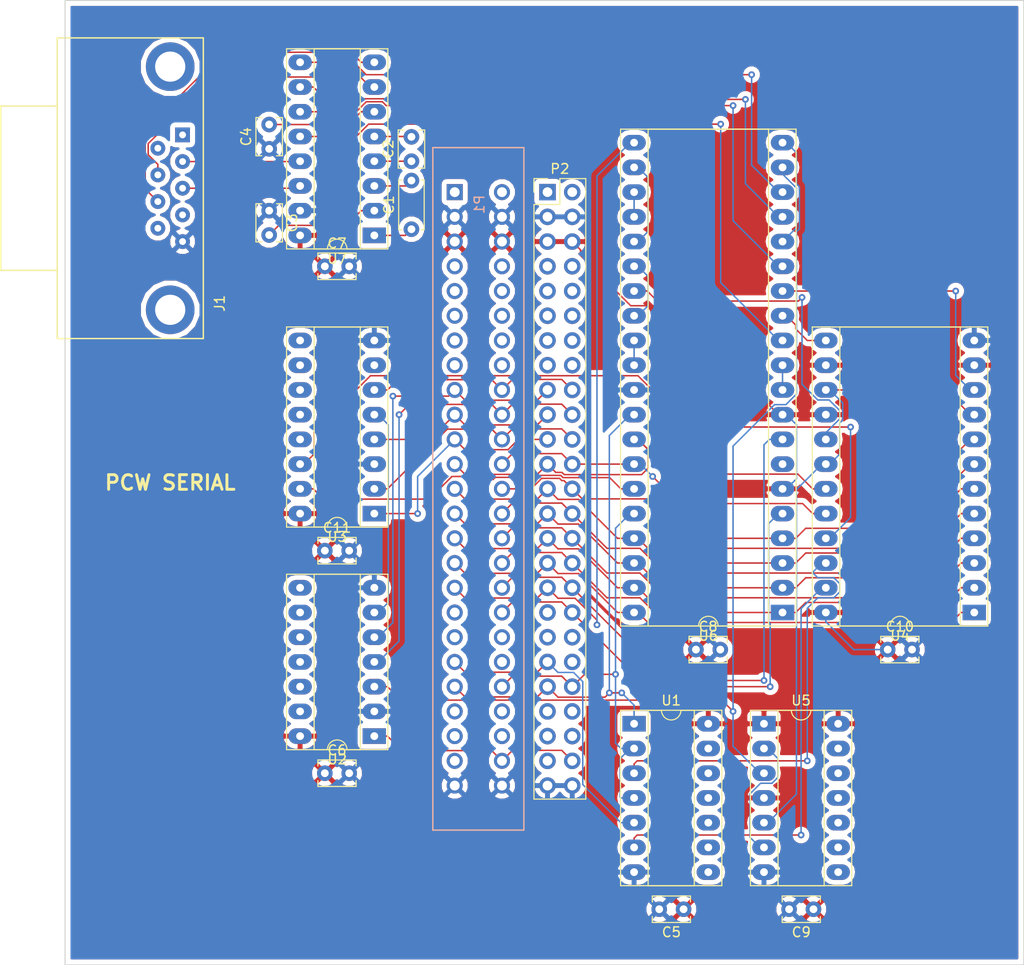
<source format=kicad_pcb>
(kicad_pcb (version 4) (host pcbnew 4.0.5-e0-6337~49~ubuntu16.04.1)
  (layers (0 F.Cu signal) (31 B.Cu signal) (34 B.Paste user) (35 F.Paste user) (36 B.SilkS user) (37 F.SilkS user) (38 B.Mask user) (39 F.Mask user) (44 Edge.Cuts user))
  (net 0 "")
  (net 1 "Net-(C1-Pad1)")
  (net 2 "Net-(C1-Pad2)")
  (net 3 "Net-(C2-Pad1)")
  (net 4 "Net-(C2-Pad2)")
  (net 5 GND)
  (net 6 "Net-(C3-Pad2)")
  (net 7 "Net-(C4-Pad2)")
  (net 8 VCC)
  (net 9 "Net-(J1-Pad1)")
  (net 10 /RX)
  (net 11 /TX)
  (net 12 "Net-(J1-Pad4)")
  (net 13 "Net-(J1-Pad9)")
  (net 14 /CTS)
  (net 15 /RTS)
  (net 16 "Net-(J1-Pad6)")
  (net 17 "Net-(P1-Pad1)")
  (net 18 "Net-(P1-Pad2)")
  (net 19 "Net-(P1-Pad7)")
  (net 20 "Net-(P1-Pad8)")
  (net 21 "Net-(P1-Pad9)")
  (net 22 "Net-(P1-Pad10)")
  (net 23 "Net-(P1-Pad11)")
  (net 24 "Net-(P1-Pad12)")
  (net 25 "Net-(P1-Pad13)")
  (net 26 "Net-(P1-Pad14)")
  (net 27 "Net-(P1-Pad15)")
  (net 28 "Net-(P1-Pad16)")
  (net 29 /A6)
  (net 30 /A7)
  (net 31 /A4)
  (net 32 /A5)
  (net 33 /A2)
  (net 34 /A3)
  (net 35 /A0)
  (net 36 /A1)
  (net 37 /D6)
  (net 38 /D7)
  (net 39 /D4)
  (net 40 /D5)
  (net 41 /D2)
  (net 42 /D3)
  (net 43 /D0)
  (net 44 /D1)
  (net 45 /~RESET)
  (net 46 /~M1)
  (net 47 "Net-(P1-Pad35)")
  (net 48 /~INT)
  (net 49 "Net-(P1-Pad37)")
  (net 50 "Net-(P1-Pad38)")
  (net 51 /~WR)
  (net 52 "Net-(P1-Pad40)")
  (net 53 /~RD)
  (net 54 /~IORQ)
  (net 55 "Net-(P1-Pad43)")
  (net 56 "Net-(P1-Pad44)")
  (net 57 "Net-(P1-Pad45)")
  (net 58 "Net-(P1-Pad46)")
  (net 59 "Net-(P1-Pad47)")
  (net 60 /CLK)
  (net 61 "Net-(P2-Pad1)")
  (net 62 "Net-(P2-Pad2)")
  (net 63 "Net-(P2-Pad7)")
  (net 64 "Net-(P2-Pad8)")
  (net 65 "Net-(P2-Pad9)")
  (net 66 "Net-(P2-Pad10)")
  (net 67 "Net-(P2-Pad11)")
  (net 68 "Net-(P2-Pad12)")
  (net 69 "Net-(P2-Pad13)")
  (net 70 "Net-(P2-Pad14)")
  (net 71 "Net-(P2-Pad15)")
  (net 72 "Net-(P2-Pad16)")
  (net 73 "Net-(P2-Pad35)")
  (net 74 "Net-(P2-Pad37)")
  (net 75 "Net-(P2-Pad38)")
  (net 76 "Net-(P2-Pad40)")
  (net 77 "Net-(P2-Pad43)")
  (net 78 "Net-(P2-Pad44)")
  (net 79 "Net-(P2-Pad45)")
  (net 80 "Net-(P2-Pad46)")
  (net 81 "Net-(P2-Pad47)")
  (net 82 "Net-(U1-Pad3)")
  (net 83 "Net-(U1-Pad6)")
  (net 84 "Net-(U2-Pad3)")
  (net 85 "Net-(U2-Pad6)")
  (net 86 "Net-(U3-Pad9)")
  (net 87 "Net-(U3-Pad10)")
  (net 88 "Net-(U3-Pad11)")
  (net 89 "Net-(U3-Pad12)")
  (net 90 "Net-(U3-Pad13)")
  (net 91 "Net-(U3-Pad14)")
  (net 92 "Net-(U3-Pad7)")
  (net 93 "Net-(U3-Pad15)")
  (net 94 "Net-(U4-Pad13)")
  (net 95 "Net-(U4-Pad15)")
  (net 96 "Net-(U4-Pad17)")
  (net 97 "Net-(U4-Pad10)")
  (net 98 "Net-(U5-Pad2)")
  (net 99 "Net-(U6-Pad22)")
  (net 100 "Net-(U6-Pad23)")
  (net 101 "Net-(U6-Pad26)")
  (net 102 "Net-(U6-Pad7)")
  (net 103 "Net-(U6-Pad29)")
  (net 104 "Net-(U6-Pad10)")
  (net 105 "Net-(U6-Pad12)")
  (net 106 "Net-(U6-Pad15)")
  (net 107 "Net-(U6-Pad16)")
  (net 108 "Net-(U6-Pad17)")
  (net 109 "Net-(U6-Pad18)")
  (module Capacitors_THT:C_Disc_D5.0mm_W2.5mm_P5.00mm (layer F.Cu) (at 128.27 66.04 90)
    (fp_text reference C1 (at 2.5 -2.31 90) (layer F.SilkS))
    (fp_text value 47u)
    (pad 1 thru_hole circle (at 0 0 90) (size 1.6 1.6) (drill 0.8) (layers *.Cu *.Mask) (net 1 "Net-(C1-Pad1)"))
    (pad 2 thru_hole circle (at 5 0 90) (size 1.6 1.6) (drill 0.8) (layers *.Cu *.Mask) (net 2 "Net-(C1-Pad2)"))
  )
  (module Capacitors_THT:C_Disc_D3.8mm_W2.6mm_P2.50mm (layer F.Cu) (at 128.27 59.055 90)
    (fp_text reference C2 (at 1.25 -2.36 90) (layer F.SilkS))
    (fp_text value 33u)
    (pad 1 thru_hole circle (at 0 0 90) (size 1.6 1.6) (drill 0.8) (layers *.Cu *.Mask) (net 3 "Net-(C2-Pad1)"))
    (pad 2 thru_hole circle (at 2.5 0 90) (size 1.6 1.6) (drill 0.8) (layers *.Cu *.Mask) (net 4 "Net-(C2-Pad2)"))
  )
  (module Capacitors_THT:C_Disc_D3.8mm_W2.6mm_P2.50mm (layer F.Cu) (at 113.665 64.135 270)
    (fp_text reference C3 (at 1.25 -2.36 270) (layer F.SilkS))
    (fp_text value 33u)
    (pad 1 thru_hole circle (at 0 0 270) (size 1.6 1.6) (drill 0.8) (layers *.Cu *.Mask) (net 5 GND))
    (pad 2 thru_hole circle (at 2.5 0 270) (size 1.6 1.6) (drill 0.8) (layers *.Cu *.Mask) (net 6 "Net-(C3-Pad2)"))
  )
  (module Capacitors_THT:C_Disc_D3.8mm_W2.6mm_P2.50mm (layer F.Cu) (at 113.665 57.785 90)
    (fp_text reference C4 (at 1.25 -2.36 90) (layer F.SilkS))
    (fp_text value 33u)
    (pad 1 thru_hole circle (at 0 0 90) (size 1.6 1.6) (drill 0.8) (layers *.Cu *.Mask) (net 5 GND))
    (pad 2 thru_hole circle (at 2.5 0 90) (size 1.6 1.6) (drill 0.8) (layers *.Cu *.Mask) (net 7 "Net-(C4-Pad2)"))
  )
  (module Capacitors_THT:C_Disc_D3.8mm_W2.6mm_P2.50mm (layer F.Cu) (at 156.21 135.89 180)
    (fp_text reference C5 (at 1.25 -2.36 180) (layer F.SilkS))
    (fp_text value 100nF)
    (pad 1 thru_hole circle (at 0 0 180) (size 1.6 1.6) (drill 0.8) (layers *.Cu *.Mask) (net 8 VCC))
    (pad 2 thru_hole circle (at 2.5 0 180) (size 1.6 1.6) (drill 0.8) (layers *.Cu *.Mask) (net 5 GND))
  )
  (module Capacitors_THT:C_Disc_D3.8mm_W2.6mm_P2.50mm (layer F.Cu) (at 119.38 121.92)
    (fp_text reference C6 (at 1.25 -2.36) (layer F.SilkS))
    (fp_text value 100nF)
    (pad 1 thru_hole circle (at 0 0) (size 1.6 1.6) (drill 0.8) (layers *.Cu *.Mask) (net 8 VCC))
    (pad 2 thru_hole circle (at 2.5 0) (size 1.6 1.6) (drill 0.8) (layers *.Cu *.Mask) (net 5 GND))
  )
  (module Capacitors_THT:C_Disc_D3.8mm_W2.6mm_P2.50mm (layer F.Cu) (at 119.38 69.85)
    (fp_text reference C7 (at 1.25 -2.36) (layer F.SilkS))
    (fp_text value 100nF)
    (pad 1 thru_hole circle (at 0 0) (size 1.6 1.6) (drill 0.8) (layers *.Cu *.Mask) (net 8 VCC))
    (pad 2 thru_hole circle (at 2.5 0) (size 1.6 1.6) (drill 0.8) (layers *.Cu *.Mask) (net 5 GND))
  )
  (module Capacitors_THT:C_Disc_D3.8mm_W2.6mm_P2.50mm (layer F.Cu) (at 157.48 109.22)
    (fp_text reference C8 (at 1.25 -2.36) (layer F.SilkS))
    (fp_text value 100nF)
    (pad 1 thru_hole circle (at 0 0) (size 1.6 1.6) (drill 0.8) (layers *.Cu *.Mask) (net 8 VCC))
    (pad 2 thru_hole circle (at 2.5 0) (size 1.6 1.6) (drill 0.8) (layers *.Cu *.Mask) (net 5 GND))
  )
  (module Capacitors_THT:C_Disc_D3.8mm_W2.6mm_P2.50mm (layer F.Cu) (at 169.545 135.89 180)
    (fp_text reference C9 (at 1.25 -2.36 180) (layer F.SilkS))
    (fp_text value 100nF)
    (pad 1 thru_hole circle (at 0 0 180) (size 1.6 1.6) (drill 0.8) (layers *.Cu *.Mask) (net 8 VCC))
    (pad 2 thru_hole circle (at 2.5 0 180) (size 1.6 1.6) (drill 0.8) (layers *.Cu *.Mask) (net 5 GND))
  )
  (module Capacitors_THT:C_Disc_D3.8mm_W2.6mm_P2.50mm (layer F.Cu) (at 177.165 109.22)
    (fp_text reference C10 (at 1.25 -2.36) (layer F.SilkS))
    (fp_text value 100nF)
    (pad 1 thru_hole circle (at 0 0) (size 1.6 1.6) (drill 0.8) (layers *.Cu *.Mask) (net 8 VCC))
    (pad 2 thru_hole circle (at 2.5 0) (size 1.6 1.6) (drill 0.8) (layers *.Cu *.Mask) (net 5 GND))
  )
  (module Capacitors_THT:C_Disc_D3.8mm_W2.6mm_P2.50mm (layer F.Cu) (at 119.38 99.06)
    (fp_text reference C11 (at 1.25 -2.36) (layer F.SilkS))
    (fp_text value 100nF)
    (pad 1 thru_hole circle (at 0 0) (size 1.6 1.6) (drill 0.8) (layers *.Cu *.Mask) (net 8 VCC))
    (pad 2 thru_hole circle (at 2.5 0) (size 1.6 1.6) (drill 0.8) (layers *.Cu *.Mask) (net 5 GND))
  )
  (module Footprints:Standard_Edge_II_Connector_2x50 (layer B.Cu) (at 132.715 62.23 270)
    (fp_text reference P1 (at 1.27 -2.54 270) (layer B.SilkS) (effects (justify mirror)))
    (fp_text value CONN_02X25)
    (pad 1 thru_hole rect (at 0 0 270) (size 1.651 1.651) (drill 1.016) (layers *.Cu *.Mask) (net 17 "Net-(P1-Pad1)"))
    (pad 2 thru_hole circle (at 0 -4.8514 270) (size 1.651 1.651) (drill 1.016) (layers *.Cu *.Mask) (net 18 "Net-(P1-Pad2)"))
    (pad 3 thru_hole circle (at 2.54 0 270) (size 1.651 1.651) (drill 1.016) (layers *.Cu *.Mask) (net 5 GND))
    (pad 4 thru_hole circle (at 2.54 -4.8514 270) (size 1.651 1.651) (drill 1.016) (layers *.Cu *.Mask) (net 5 GND))
    (pad 5 thru_hole circle (at 5.08 0 270) (size 1.651 1.651) (drill 1.016) (layers *.Cu *.Mask) (net 8 VCC))
    (pad 6 thru_hole circle (at 5.08 -4.8514 270) (size 1.651 1.651) (drill 1.016) (layers *.Cu *.Mask) (net 8 VCC))
    (pad 7 thru_hole circle (at 7.62 0 270) (size 1.651 1.651) (drill 1.016) (layers *.Cu *.Mask) (net 19 "Net-(P1-Pad7)"))
    (pad 8 thru_hole circle (at 7.62 -4.8514 270) (size 1.651 1.651) (drill 1.016) (layers *.Cu *.Mask) (net 20 "Net-(P1-Pad8)"))
    (pad 9 thru_hole circle (at 10.16 0 270) (size 1.651 1.651) (drill 1.016) (layers *.Cu *.Mask) (net 21 "Net-(P1-Pad9)"))
    (pad 10 thru_hole circle (at 10.16 -4.8514 270) (size 1.651 1.651) (drill 1.016) (layers *.Cu *.Mask) (net 22 "Net-(P1-Pad10)"))
    (pad 11 thru_hole circle (at 12.7 0 270) (size 1.651 1.651) (drill 1.016) (layers *.Cu *.Mask) (net 23 "Net-(P1-Pad11)"))
    (pad 12 thru_hole circle (at 12.7 -4.8514 270) (size 1.651 1.651) (drill 1.016) (layers *.Cu *.Mask) (net 24 "Net-(P1-Pad12)"))
    (pad 13 thru_hole circle (at 15.24 0 270) (size 1.651 1.651) (drill 1.016) (layers *.Cu *.Mask) (net 25 "Net-(P1-Pad13)"))
    (pad 14 thru_hole circle (at 15.24 -4.8514 270) (size 1.651 1.651) (drill 1.016) (layers *.Cu *.Mask) (net 26 "Net-(P1-Pad14)"))
    (pad 15 thru_hole circle (at 17.78 0 270) (size 1.651 1.651) (drill 1.016) (layers *.Cu *.Mask) (net 27 "Net-(P1-Pad15)"))
    (pad 16 thru_hole circle (at 17.78 -4.8514 270) (size 1.651 1.651) (drill 1.016) (layers *.Cu *.Mask) (net 28 "Net-(P1-Pad16)"))
    (pad 17 thru_hole circle (at 20.32 0 270) (size 1.651 1.651) (drill 1.016) (layers *.Cu *.Mask) (net 29 /A6))
    (pad 18 thru_hole circle (at 20.32 -4.8514 270) (size 1.651 1.651) (drill 1.016) (layers *.Cu *.Mask) (net 30 /A7))
    (pad 19 thru_hole circle (at 22.86 0 270) (size 1.651 1.651) (drill 1.016) (layers *.Cu *.Mask) (net 31 /A4))
    (pad 20 thru_hole circle (at 22.86 -4.8514 270) (size 1.651 1.651) (drill 1.016) (layers *.Cu *.Mask) (net 32 /A5))
    (pad 21 thru_hole circle (at 25.4 0 270) (size 1.651 1.651) (drill 1.016) (layers *.Cu *.Mask) (net 33 /A2))
    (pad 22 thru_hole circle (at 25.4 -4.8514 270) (size 1.651 1.651) (drill 1.016) (layers *.Cu *.Mask) (net 34 /A3))
    (pad 23 thru_hole circle (at 27.94 0 270) (size 1.651 1.651) (drill 1.016) (layers *.Cu *.Mask) (net 35 /A0))
    (pad 24 thru_hole circle (at 27.94 -4.8514 270) (size 1.651 1.651) (drill 1.016) (layers *.Cu *.Mask) (net 36 /A1))
    (pad 25 thru_hole circle (at 30.48 0 270) (size 1.651 1.651) (drill 1.016) (layers *.Cu *.Mask) (net 37 /D6))
    (pad 26 thru_hole circle (at 30.48 -4.8514 270) (size 1.651 1.651) (drill 1.016) (layers *.Cu *.Mask) (net 38 /D7))
    (pad 27 thru_hole circle (at 33.02 0 270) (size 1.651 1.651) (drill 1.016) (layers *.Cu *.Mask) (net 39 /D4))
    (pad 28 thru_hole circle (at 33.02 -4.8514 270) (size 1.651 1.651) (drill 1.016) (layers *.Cu *.Mask) (net 40 /D5))
    (pad 29 thru_hole circle (at 35.56 0 270) (size 1.651 1.651) (drill 1.016) (layers *.Cu *.Mask) (net 41 /D2))
    (pad 30 thru_hole circle (at 35.56 -4.8514 270) (size 1.651 1.651) (drill 1.016) (layers *.Cu *.Mask) (net 42 /D3))
    (pad 31 thru_hole circle (at 38.1 0 270) (size 1.651 1.651) (drill 1.016) (layers *.Cu *.Mask) (net 43 /D0))
    (pad 32 thru_hole circle (at 38.1 -4.8514 270) (size 1.651 1.651) (drill 1.016) (layers *.Cu *.Mask) (net 44 /D1))
    (pad 33 thru_hole circle (at 40.64 0 270) (size 1.651 1.651) (drill 1.016) (layers *.Cu *.Mask) (net 45 /~RESET))
    (pad 34 thru_hole circle (at 40.64 -4.8514 270) (size 1.651 1.651) (drill 1.016) (layers *.Cu *.Mask) (net 46 /~M1))
    (pad 35 thru_hole circle (at 43.18 0 270) (size 1.651 1.651) (drill 1.016) (layers *.Cu *.Mask) (net 47 "Net-(P1-Pad35)"))
    (pad 36 thru_hole circle (at 43.18 -4.8514 270) (size 1.651 1.651) (drill 1.016) (layers *.Cu *.Mask) (net 48 /~INT))
    (pad 37 thru_hole circle (at 45.72 0 270) (size 1.651 1.651) (drill 1.016) (layers *.Cu *.Mask) (net 49 "Net-(P1-Pad37)"))
    (pad 38 thru_hole circle (at 45.72 -4.8514 270) (size 1.651 1.651) (drill 1.016) (layers *.Cu *.Mask) (net 50 "Net-(P1-Pad38)"))
    (pad 39 thru_hole circle (at 48.26 0 270) (size 1.651 1.651) (drill 1.016) (layers *.Cu *.Mask) (net 51 /~WR))
    (pad 40 thru_hole circle (at 48.26 -4.8514 270) (size 1.651 1.651) (drill 1.016) (layers *.Cu *.Mask) (net 52 "Net-(P1-Pad40)"))
    (pad 41 thru_hole circle (at 50.8 0 270) (size 1.651 1.651) (drill 1.016) (layers *.Cu *.Mask) (net 53 /~RD))
    (pad 42 thru_hole circle (at 50.8 -4.8514 270) (size 1.651 1.651) (drill 1.016) (layers *.Cu *.Mask) (net 54 /~IORQ))
    (pad 43 thru_hole circle (at 53.34 0 270) (size 1.651 1.651) (drill 1.016) (layers *.Cu *.Mask) (net 55 "Net-(P1-Pad43)"))
    (pad 44 thru_hole circle (at 53.34 -4.8514 270) (size 1.651 1.651) (drill 1.016) (layers *.Cu *.Mask) (net 56 "Net-(P1-Pad44)"))
    (pad 45 thru_hole circle (at 55.88 0 270) (size 1.651 1.651) (drill 1.016) (layers *.Cu *.Mask) (net 57 "Net-(P1-Pad45)"))
    (pad 46 thru_hole circle (at 55.88 -4.8514 270) (size 1.651 1.651) (drill 1.016) (layers *.Cu *.Mask) (net 58 "Net-(P1-Pad46)"))
    (pad 47 thru_hole circle (at 58.42 0 270) (size 1.651 1.651) (drill 1.016) (layers *.Cu *.Mask) (net 59 "Net-(P1-Pad47)"))
    (pad 48 thru_hole circle (at 58.42 -4.8514 270) (size 1.651 1.651) (drill 1.016) (layers *.Cu *.Mask) (net 60 /CLK))
    (pad 49 thru_hole circle (at 60.96 0 270) (size 1.651 1.651) (drill 1.016) (layers *.Cu *.Mask) (net 5 GND))
    (pad 50 thru_hole circle (at 60.96 -4.8514 270) (size 1.651 1.651) (drill 1.016) (layers *.Cu *.Mask) (net 5 GND))
  )
  (module Pin_Headers:Pin_Header_Straight_2x25_Pitch2.54mm (layer F.Cu) (at 142.24 62.23)
    (fp_text reference P2 (at 1.27 -2.39) (layer F.SilkS))
    (fp_text value CONN_02X25)
    (pad 1 thru_hole rect (at 0 0) (size 1.7 1.7) (drill 1) (layers *.Cu *.Mask) (net 61 "Net-(P2-Pad1)"))
    (pad 2 thru_hole oval (at 2.54 0) (size 1.7 1.7) (drill 1) (layers *.Cu *.Mask) (net 62 "Net-(P2-Pad2)"))
    (pad 3 thru_hole oval (at 0 2.54) (size 1.7 1.7) (drill 1) (layers *.Cu *.Mask) (net 5 GND))
    (pad 4 thru_hole oval (at 2.54 2.54) (size 1.7 1.7) (drill 1) (layers *.Cu *.Mask) (net 5 GND))
    (pad 5 thru_hole oval (at 0 5.08) (size 1.7 1.7) (drill 1) (layers *.Cu *.Mask) (net 8 VCC))
    (pad 6 thru_hole oval (at 2.54 5.08) (size 1.7 1.7) (drill 1) (layers *.Cu *.Mask) (net 8 VCC))
    (pad 7 thru_hole oval (at 0 7.62) (size 1.7 1.7) (drill 1) (layers *.Cu *.Mask) (net 63 "Net-(P2-Pad7)"))
    (pad 8 thru_hole oval (at 2.54 7.62) (size 1.7 1.7) (drill 1) (layers *.Cu *.Mask) (net 64 "Net-(P2-Pad8)"))
    (pad 9 thru_hole oval (at 0 10.16) (size 1.7 1.7) (drill 1) (layers *.Cu *.Mask) (net 65 "Net-(P2-Pad9)"))
    (pad 10 thru_hole oval (at 2.54 10.16) (size 1.7 1.7) (drill 1) (layers *.Cu *.Mask) (net 66 "Net-(P2-Pad10)"))
    (pad 11 thru_hole oval (at 0 12.7) (size 1.7 1.7) (drill 1) (layers *.Cu *.Mask) (net 67 "Net-(P2-Pad11)"))
    (pad 12 thru_hole oval (at 2.54 12.7) (size 1.7 1.7) (drill 1) (layers *.Cu *.Mask) (net 68 "Net-(P2-Pad12)"))
    (pad 13 thru_hole oval (at 0 15.24) (size 1.7 1.7) (drill 1) (layers *.Cu *.Mask) (net 69 "Net-(P2-Pad13)"))
    (pad 14 thru_hole oval (at 2.54 15.24) (size 1.7 1.7) (drill 1) (layers *.Cu *.Mask) (net 70 "Net-(P2-Pad14)"))
    (pad 15 thru_hole oval (at 0 17.78) (size 1.7 1.7) (drill 1) (layers *.Cu *.Mask) (net 71 "Net-(P2-Pad15)"))
    (pad 16 thru_hole oval (at 2.54 17.78) (size 1.7 1.7) (drill 1) (layers *.Cu *.Mask) (net 72 "Net-(P2-Pad16)"))
    (pad 17 thru_hole oval (at 0 20.32) (size 1.7 1.7) (drill 1) (layers *.Cu *.Mask) (net 29 /A6))
    (pad 18 thru_hole oval (at 2.54 20.32) (size 1.7 1.7) (drill 1) (layers *.Cu *.Mask) (net 30 /A7))
    (pad 19 thru_hole oval (at 0 22.86) (size 1.7 1.7) (drill 1) (layers *.Cu *.Mask) (net 31 /A4))
    (pad 20 thru_hole oval (at 2.54 22.86) (size 1.7 1.7) (drill 1) (layers *.Cu *.Mask) (net 32 /A5))
    (pad 21 thru_hole oval (at 0 25.4) (size 1.7 1.7) (drill 1) (layers *.Cu *.Mask) (net 33 /A2))
    (pad 22 thru_hole oval (at 2.54 25.4) (size 1.7 1.7) (drill 1) (layers *.Cu *.Mask) (net 34 /A3))
    (pad 23 thru_hole oval (at 0 27.94) (size 1.7 1.7) (drill 1) (layers *.Cu *.Mask) (net 35 /A0))
    (pad 24 thru_hole oval (at 2.54 27.94) (size 1.7 1.7) (drill 1) (layers *.Cu *.Mask) (net 36 /A1))
    (pad 25 thru_hole oval (at 0 30.48) (size 1.7 1.7) (drill 1) (layers *.Cu *.Mask) (net 37 /D6))
    (pad 26 thru_hole oval (at 2.54 30.48) (size 1.7 1.7) (drill 1) (layers *.Cu *.Mask) (net 38 /D7))
    (pad 27 thru_hole oval (at 0 33.02) (size 1.7 1.7) (drill 1) (layers *.Cu *.Mask) (net 39 /D4))
    (pad 28 thru_hole oval (at 2.54 33.02) (size 1.7 1.7) (drill 1) (layers *.Cu *.Mask) (net 40 /D5))
    (pad 29 thru_hole oval (at 0 35.56) (size 1.7 1.7) (drill 1) (layers *.Cu *.Mask) (net 41 /D2))
    (pad 30 thru_hole oval (at 2.54 35.56) (size 1.7 1.7) (drill 1) (layers *.Cu *.Mask) (net 42 /D3))
    (pad 31 thru_hole oval (at 0 38.1) (size 1.7 1.7) (drill 1) (layers *.Cu *.Mask) (net 43 /D0))
    (pad 32 thru_hole oval (at 2.54 38.1) (size 1.7 1.7) (drill 1) (layers *.Cu *.Mask) (net 44 /D1))
    (pad 33 thru_hole oval (at 0 40.64) (size 1.7 1.7) (drill 1) (layers *.Cu *.Mask) (net 45 /~RESET))
    (pad 34 thru_hole oval (at 2.54 40.64) (size 1.7 1.7) (drill 1) (layers *.Cu *.Mask) (net 46 /~M1))
    (pad 35 thru_hole oval (at 0 43.18) (size 1.7 1.7) (drill 1) (layers *.Cu *.Mask) (net 73 "Net-(P2-Pad35)"))
    (pad 36 thru_hole oval (at 2.54 43.18) (size 1.7 1.7) (drill 1) (layers *.Cu *.Mask) (net 48 /~INT))
    (pad 37 thru_hole oval (at 0 45.72) (size 1.7 1.7) (drill 1) (layers *.Cu *.Mask) (net 74 "Net-(P2-Pad37)"))
    (pad 38 thru_hole oval (at 2.54 45.72) (size 1.7 1.7) (drill 1) (layers *.Cu *.Mask) (net 75 "Net-(P2-Pad38)"))
    (pad 39 thru_hole oval (at 0 48.26) (size 1.7 1.7) (drill 1) (layers *.Cu *.Mask) (net 51 /~WR))
    (pad 40 thru_hole oval (at 2.54 48.26) (size 1.7 1.7) (drill 1) (layers *.Cu *.Mask) (net 76 "Net-(P2-Pad40)"))
    (pad 41 thru_hole oval (at 0 50.8) (size 1.7 1.7) (drill 1) (layers *.Cu *.Mask) (net 53 /~RD))
    (pad 42 thru_hole oval (at 2.54 50.8) (size 1.7 1.7) (drill 1) (layers *.Cu *.Mask) (net 54 /~IORQ))
    (pad 43 thru_hole oval (at 0 53.34) (size 1.7 1.7) (drill 1) (layers *.Cu *.Mask) (net 77 "Net-(P2-Pad43)"))
    (pad 44 thru_hole oval (at 2.54 53.34) (size 1.7 1.7) (drill 1) (layers *.Cu *.Mask) (net 78 "Net-(P2-Pad44)"))
    (pad 45 thru_hole oval (at 0 55.88) (size 1.7 1.7) (drill 1) (layers *.Cu *.Mask) (net 79 "Net-(P2-Pad45)"))
    (pad 46 thru_hole oval (at 2.54 55.88) (size 1.7 1.7) (drill 1) (layers *.Cu *.Mask) (net 80 "Net-(P2-Pad46)"))
    (pad 47 thru_hole oval (at 0 58.42) (size 1.7 1.7) (drill 1) (layers *.Cu *.Mask) (net 81 "Net-(P2-Pad47)"))
    (pad 48 thru_hole oval (at 2.54 58.42) (size 1.7 1.7) (drill 1) (layers *.Cu *.Mask) (net 60 /CLK))
    (pad 49 thru_hole oval (at 0 60.96) (size 1.7 1.7) (drill 1) (layers *.Cu *.Mask) (net 5 GND))
    (pad 50 thru_hole oval (at 2.54 60.96) (size 1.7 1.7) (drill 1) (layers *.Cu *.Mask) (net 5 GND))
  )
  (module Housings_DIP:DIP-14_W7.62mm_Socket_LongPads (layer F.Cu) (at 151.13 116.84)
    (fp_text reference U1 (at 3.81 -2.39) (layer F.SilkS))
    (fp_text value 74LS32)
    (pad 1 thru_hole rect (at 0 0) (size 2.4 1.6) (drill 0.8) (layers *.Cu *.Mask) (net 53 /~RD))
    (pad 8 thru_hole oval (at 7.62 15.24) (size 2.4 1.6) (drill 0.8) (layers *.Cu *.Mask))
    (pad 2 thru_hole oval (at 0 2.54) (size 2.4 1.6) (drill 0.8) (layers *.Cu *.Mask) (net 54 /~IORQ))
    (pad 9 thru_hole oval (at 7.62 12.7) (size 2.4 1.6) (drill 0.8) (layers *.Cu *.Mask))
    (pad 3 thru_hole oval (at 0 5.08) (size 2.4 1.6) (drill 0.8) (layers *.Cu *.Mask) (net 82 "Net-(U1-Pad3)"))
    (pad 10 thru_hole oval (at 7.62 10.16) (size 2.4 1.6) (drill 0.8) (layers *.Cu *.Mask))
    (pad 4 thru_hole oval (at 0 7.62) (size 2.4 1.6) (drill 0.8) (layers *.Cu *.Mask) (net 54 /~IORQ))
    (pad 11 thru_hole oval (at 7.62 7.62) (size 2.4 1.6) (drill 0.8) (layers *.Cu *.Mask))
    (pad 5 thru_hole oval (at 0 10.16) (size 2.4 1.6) (drill 0.8) (layers *.Cu *.Mask) (net 51 /~WR))
    (pad 12 thru_hole oval (at 7.62 5.08) (size 2.4 1.6) (drill 0.8) (layers *.Cu *.Mask))
    (pad 6 thru_hole oval (at 0 12.7) (size 2.4 1.6) (drill 0.8) (layers *.Cu *.Mask) (net 83 "Net-(U1-Pad6)"))
    (pad 13 thru_hole oval (at 7.62 2.54) (size 2.4 1.6) (drill 0.8) (layers *.Cu *.Mask))
    (pad 7 thru_hole oval (at 0 15.24) (size 2.4 1.6) (drill 0.8) (layers *.Cu *.Mask) (net 5 GND))
    (pad 14 thru_hole oval (at 7.62 0) (size 2.4 1.6) (drill 0.8) (layers *.Cu *.Mask) (net 8 VCC))
  )
  (module Housings_DIP:DIP-14_W7.62mm_Socket_LongPads (layer F.Cu) (at 124.46 118.11 180)
    (fp_text reference U2 (at 3.81 -2.39 180) (layer F.SilkS))
    (fp_text value 74LS00)
    (pad 1 thru_hole rect (at 0 0 180) (size 2.4 1.6) (drill 0.8) (layers *.Cu *.Mask) (net 60 /CLK))
    (pad 8 thru_hole oval (at 7.62 15.24 180) (size 2.4 1.6) (drill 0.8) (layers *.Cu *.Mask))
    (pad 2 thru_hole oval (at 0 2.54 180) (size 2.4 1.6) (drill 0.8) (layers *.Cu *.Mask) (net 5 GND))
    (pad 9 thru_hole oval (at 7.62 12.7 180) (size 2.4 1.6) (drill 0.8) (layers *.Cu *.Mask))
    (pad 3 thru_hole oval (at 0 5.08 180) (size 2.4 1.6) (drill 0.8) (layers *.Cu *.Mask) (net 84 "Net-(U2-Pad3)"))
    (pad 10 thru_hole oval (at 7.62 10.16 180) (size 2.4 1.6) (drill 0.8) (layers *.Cu *.Mask))
    (pad 4 thru_hole oval (at 0 7.62 180) (size 2.4 1.6) (drill 0.8) (layers *.Cu *.Mask) (net 32 /A5))
    (pad 11 thru_hole oval (at 7.62 7.62 180) (size 2.4 1.6) (drill 0.8) (layers *.Cu *.Mask))
    (pad 5 thru_hole oval (at 0 10.16 180) (size 2.4 1.6) (drill 0.8) (layers *.Cu *.Mask) (net 29 /A6))
    (pad 12 thru_hole oval (at 7.62 5.08 180) (size 2.4 1.6) (drill 0.8) (layers *.Cu *.Mask))
    (pad 6 thru_hole oval (at 0 12.7 180) (size 2.4 1.6) (drill 0.8) (layers *.Cu *.Mask) (net 85 "Net-(U2-Pad6)"))
    (pad 13 thru_hole oval (at 7.62 2.54 180) (size 2.4 1.6) (drill 0.8) (layers *.Cu *.Mask))
    (pad 7 thru_hole oval (at 0 15.24 180) (size 2.4 1.6) (drill 0.8) (layers *.Cu *.Mask) (net 5 GND))
    (pad 14 thru_hole oval (at 7.62 0 180) (size 2.4 1.6) (drill 0.8) (layers *.Cu *.Mask) (net 8 VCC))
  )
  (module Housings_DIP:DIP-16_W7.62mm_Socket_LongPads (layer F.Cu) (at 124.46 95.25 180)
    (fp_text reference U3 (at 3.81 -2.39 180) (layer F.SilkS))
    (fp_text value 74LS138)
    (pad 1 thru_hole rect (at 0 0 180) (size 2.4 1.6) (drill 0.8) (layers *.Cu *.Mask) (net 33 /A2))
    (pad 9 thru_hole oval (at 7.62 17.78 180) (size 2.4 1.6) (drill 0.8) (layers *.Cu *.Mask) (net 86 "Net-(U3-Pad9)"))
    (pad 2 thru_hole oval (at 0 2.54 180) (size 2.4 1.6) (drill 0.8) (layers *.Cu *.Mask) (net 34 /A3))
    (pad 10 thru_hole oval (at 7.62 15.24 180) (size 2.4 1.6) (drill 0.8) (layers *.Cu *.Mask) (net 87 "Net-(U3-Pad10)"))
    (pad 3 thru_hole oval (at 0 5.08 180) (size 2.4 1.6) (drill 0.8) (layers *.Cu *.Mask) (net 5 GND))
    (pad 11 thru_hole oval (at 7.62 12.7 180) (size 2.4 1.6) (drill 0.8) (layers *.Cu *.Mask) (net 88 "Net-(U3-Pad11)"))
    (pad 4 thru_hole oval (at 0 7.62 180) (size 2.4 1.6) (drill 0.8) (layers *.Cu *.Mask) (net 31 /A4))
    (pad 12 thru_hole oval (at 7.62 10.16 180) (size 2.4 1.6) (drill 0.8) (layers *.Cu *.Mask) (net 89 "Net-(U3-Pad12)"))
    (pad 5 thru_hole oval (at 0 10.16 180) (size 2.4 1.6) (drill 0.8) (layers *.Cu *.Mask) (net 85 "Net-(U2-Pad6)"))
    (pad 13 thru_hole oval (at 7.62 7.62 180) (size 2.4 1.6) (drill 0.8) (layers *.Cu *.Mask) (net 90 "Net-(U3-Pad13)"))
    (pad 6 thru_hole oval (at 0 12.7 180) (size 2.4 1.6) (drill 0.8) (layers *.Cu *.Mask) (net 30 /A7))
    (pad 14 thru_hole oval (at 7.62 5.08 180) (size 2.4 1.6) (drill 0.8) (layers *.Cu *.Mask) (net 91 "Net-(U3-Pad14)"))
    (pad 7 thru_hole oval (at 0 15.24 180) (size 2.4 1.6) (drill 0.8) (layers *.Cu *.Mask) (net 92 "Net-(U3-Pad7)"))
    (pad 15 thru_hole oval (at 7.62 2.54 180) (size 2.4 1.6) (drill 0.8) (layers *.Cu *.Mask) (net 93 "Net-(U3-Pad15)"))
    (pad 8 thru_hole oval (at 0 17.78 180) (size 2.4 1.6) (drill 0.8) (layers *.Cu *.Mask) (net 5 GND))
    (pad 16 thru_hole oval (at 7.62 0 180) (size 2.4 1.6) (drill 0.8) (layers *.Cu *.Mask) (net 8 VCC))
  )
  (module Housings_DIP:DIP-24_W15.24mm_Socket_LongPads (layer F.Cu) (at 186.055 105.41 180)
    (fp_text reference U4 (at 7.62 -2.39 180) (layer F.SilkS))
    (fp_text value 8254)
    (pad 1 thru_hole rect (at 0 0 180) (size 2.4 1.6) (drill 0.8) (layers *.Cu *.Mask) (net 43 /D0))
    (pad 13 thru_hole oval (at 15.24 27.94 180) (size 2.4 1.6) (drill 0.8) (layers *.Cu *.Mask) (net 94 "Net-(U4-Pad13)"))
    (pad 2 thru_hole oval (at 0 2.54 180) (size 2.4 1.6) (drill 0.8) (layers *.Cu *.Mask) (net 44 /D1))
    (pad 14 thru_hole oval (at 15.24 25.4 180) (size 2.4 1.6) (drill 0.8) (layers *.Cu *.Mask) (net 8 VCC))
    (pad 3 thru_hole oval (at 0 5.08 180) (size 2.4 1.6) (drill 0.8) (layers *.Cu *.Mask) (net 41 /D2))
    (pad 15 thru_hole oval (at 15.24 22.86 180) (size 2.4 1.6) (drill 0.8) (layers *.Cu *.Mask) (net 95 "Net-(U4-Pad15)"))
    (pad 4 thru_hole oval (at 0 7.62 180) (size 2.4 1.6) (drill 0.8) (layers *.Cu *.Mask) (net 42 /D3))
    (pad 16 thru_hole oval (at 15.24 20.32 180) (size 2.4 1.6) (drill 0.8) (layers *.Cu *.Mask) (net 8 VCC))
    (pad 5 thru_hole oval (at 0 10.16 180) (size 2.4 1.6) (drill 0.8) (layers *.Cu *.Mask) (net 39 /D4))
    (pad 17 thru_hole oval (at 15.24 17.78 180) (size 2.4 1.6) (drill 0.8) (layers *.Cu *.Mask) (net 96 "Net-(U4-Pad17)"))
    (pad 6 thru_hole oval (at 0 12.7 180) (size 2.4 1.6) (drill 0.8) (layers *.Cu *.Mask) (net 40 /D5))
    (pad 18 thru_hole oval (at 15.24 15.24 180) (size 2.4 1.6) (drill 0.8) (layers *.Cu *.Mask) (net 95 "Net-(U4-Pad15)"))
    (pad 7 thru_hole oval (at 0 15.24 180) (size 2.4 1.6) (drill 0.8) (layers *.Cu *.Mask) (net 37 /D6))
    (pad 19 thru_hole oval (at 15.24 12.7 180) (size 2.4 1.6) (drill 0.8) (layers *.Cu *.Mask) (net 35 /A0))
    (pad 8 thru_hole oval (at 0 17.78 180) (size 2.4 1.6) (drill 0.8) (layers *.Cu *.Mask) (net 38 /D7))
    (pad 20 thru_hole oval (at 15.24 10.16 180) (size 2.4 1.6) (drill 0.8) (layers *.Cu *.Mask) (net 36 /A1))
    (pad 9 thru_hole oval (at 0 20.32 180) (size 2.4 1.6) (drill 0.8) (layers *.Cu *.Mask) (net 95 "Net-(U4-Pad15)"))
    (pad 21 thru_hole oval (at 15.24 7.62 180) (size 2.4 1.6) (drill 0.8) (layers *.Cu *.Mask) (net 91 "Net-(U3-Pad14)"))
    (pad 10 thru_hole oval (at 0 22.86 180) (size 2.4 1.6) (drill 0.8) (layers *.Cu *.Mask) (net 97 "Net-(U4-Pad10)"))
    (pad 22 thru_hole oval (at 15.24 5.08 180) (size 2.4 1.6) (drill 0.8) (layers *.Cu *.Mask) (net 82 "Net-(U1-Pad3)"))
    (pad 11 thru_hole oval (at 0 25.4 180) (size 2.4 1.6) (drill 0.8) (layers *.Cu *.Mask) (net 8 VCC))
    (pad 23 thru_hole oval (at 15.24 2.54 180) (size 2.4 1.6) (drill 0.8) (layers *.Cu *.Mask) (net 83 "Net-(U1-Pad6)"))
    (pad 12 thru_hole oval (at 0 27.94 180) (size 2.4 1.6) (drill 0.8) (layers *.Cu *.Mask) (net 5 GND))
    (pad 24 thru_hole oval (at 15.24 0 180) (size 2.4 1.6) (drill 0.8) (layers *.Cu *.Mask) (net 8 VCC))
  )
  (module Housings_DIP:DIP-14_W7.62mm_Socket_LongPads (layer F.Cu) (at 164.465 116.84)
    (fp_text reference U5 (at 3.81 -2.39) (layer F.SilkS))
    (fp_text value 74LS74)
    (pad 1 thru_hole rect (at 0 0) (size 2.4 1.6) (drill 0.8) (layers *.Cu *.Mask) (net 8 VCC))
    (pad 8 thru_hole oval (at 7.62 15.24) (size 2.4 1.6) (drill 0.8) (layers *.Cu *.Mask))
    (pad 2 thru_hole oval (at 0 2.54) (size 2.4 1.6) (drill 0.8) (layers *.Cu *.Mask) (net 98 "Net-(U5-Pad2)"))
    (pad 9 thru_hole oval (at 7.62 12.7) (size 2.4 1.6) (drill 0.8) (layers *.Cu *.Mask))
    (pad 3 thru_hole oval (at 0 5.08) (size 2.4 1.6) (drill 0.8) (layers *.Cu *.Mask) (net 84 "Net-(U2-Pad3)"))
    (pad 10 thru_hole oval (at 7.62 10.16) (size 2.4 1.6) (drill 0.8) (layers *.Cu *.Mask))
    (pad 4 thru_hole oval (at 0 7.62) (size 2.4 1.6) (drill 0.8) (layers *.Cu *.Mask) (net 8 VCC))
    (pad 11 thru_hole oval (at 7.62 7.62) (size 2.4 1.6) (drill 0.8) (layers *.Cu *.Mask))
    (pad 5 thru_hole oval (at 0 10.16) (size 2.4 1.6) (drill 0.8) (layers *.Cu *.Mask) (net 95 "Net-(U4-Pad15)"))
    (pad 12 thru_hole oval (at 7.62 5.08) (size 2.4 1.6) (drill 0.8) (layers *.Cu *.Mask))
    (pad 6 thru_hole oval (at 0 12.7) (size 2.4 1.6) (drill 0.8) (layers *.Cu *.Mask) (net 98 "Net-(U5-Pad2)"))
    (pad 13 thru_hole oval (at 7.62 2.54) (size 2.4 1.6) (drill 0.8) (layers *.Cu *.Mask))
    (pad 7 thru_hole oval (at 0 15.24) (size 2.4 1.6) (drill 0.8) (layers *.Cu *.Mask) (net 5 GND))
    (pad 14 thru_hole oval (at 7.62 0) (size 2.4 1.6) (drill 0.8) (layers *.Cu *.Mask) (net 8 VCC))
  )
  (module Housings_DIP:DIP-40_W15.24mm_Socket_LongPads (layer F.Cu) (at 166.37 105.41 180)
    (fp_text reference U6 (at 7.62 -2.39 180) (layer F.SilkS))
    (fp_text value Z80DART)
    (pad 1 thru_hole rect (at 0 0 180) (size 2.4 1.6) (drill 0.8) (layers *.Cu *.Mask) (net 44 /D1))
    (pad 21 thru_hole oval (at 15.24 48.26 180) (size 2.4 1.6) (drill 0.8) (layers *.Cu *.Mask) (net 45 /~RESET))
    (pad 2 thru_hole oval (at 0 2.54 180) (size 2.4 1.6) (drill 0.8) (layers *.Cu *.Mask) (net 42 /D3))
    (pad 22 thru_hole oval (at 15.24 45.72 180) (size 2.4 1.6) (drill 0.8) (layers *.Cu *.Mask) (net 99 "Net-(U6-Pad22)"))
    (pad 3 thru_hole oval (at 0 5.08 180) (size 2.4 1.6) (drill 0.8) (layers *.Cu *.Mask) (net 40 /D5))
    (pad 23 thru_hole oval (at 15.24 43.18 180) (size 2.4 1.6) (drill 0.8) (layers *.Cu *.Mask) (net 100 "Net-(U6-Pad23)"))
    (pad 4 thru_hole oval (at 0 7.62 180) (size 2.4 1.6) (drill 0.8) (layers *.Cu *.Mask) (net 38 /D7))
    (pad 24 thru_hole oval (at 15.24 40.64 180) (size 2.4 1.6) (drill 0.8) (layers *.Cu *.Mask) (net 100 "Net-(U6-Pad23)"))
    (pad 5 thru_hole oval (at 0 10.16 180) (size 2.4 1.6) (drill 0.8) (layers *.Cu *.Mask) (net 48 /~INT))
    (pad 25 thru_hole oval (at 15.24 38.1 180) (size 2.4 1.6) (drill 0.8) (layers *.Cu *.Mask) (net 99 "Net-(U6-Pad22)"))
    (pad 6 thru_hole oval (at 0 12.7 180) (size 2.4 1.6) (drill 0.8) (layers *.Cu *.Mask) (net 8 VCC))
    (pad 26 thru_hole oval (at 15.24 35.56 180) (size 2.4 1.6) (drill 0.8) (layers *.Cu *.Mask) (net 101 "Net-(U6-Pad26)"))
    (pad 7 thru_hole oval (at 0 15.24 180) (size 2.4 1.6) (drill 0.8) (layers *.Cu *.Mask) (net 102 "Net-(U6-Pad7)"))
    (pad 27 thru_hole oval (at 15.24 33.02 180) (size 2.4 1.6) (drill 0.8) (layers *.Cu *.Mask) (net 96 "Net-(U4-Pad17)"))
    (pad 8 thru_hole oval (at 0 17.78 180) (size 2.4 1.6) (drill 0.8) (layers *.Cu *.Mask) (net 46 /~M1))
    (pad 28 thru_hole oval (at 15.24 30.48 180) (size 2.4 1.6) (drill 0.8) (layers *.Cu *.Mask) (net 101 "Net-(U6-Pad26)"))
    (pad 9 thru_hole oval (at 0 20.32 180) (size 2.4 1.6) (drill 0.8) (layers *.Cu *.Mask) (net 8 VCC))
    (pad 29 thru_hole oval (at 15.24 27.94 180) (size 2.4 1.6) (drill 0.8) (layers *.Cu *.Mask) (net 103 "Net-(U6-Pad29)"))
    (pad 10 thru_hole oval (at 0 22.86 180) (size 2.4 1.6) (drill 0.8) (layers *.Cu *.Mask) (net 104 "Net-(U6-Pad10)"))
    (pad 30 thru_hole oval (at 15.24 25.4 180) (size 2.4 1.6) (drill 0.8) (layers *.Cu *.Mask) (net 103 "Net-(U6-Pad29)"))
    (pad 11 thru_hole oval (at 0 25.4 180) (size 2.4 1.6) (drill 0.8) (layers *.Cu *.Mask) (net 104 "Net-(U6-Pad10)"))
    (pad 31 thru_hole oval (at 15.24 22.86 180) (size 2.4 1.6) (drill 0.8) (layers *.Cu *.Mask) (net 5 GND))
    (pad 12 thru_hole oval (at 0 27.94 180) (size 2.4 1.6) (drill 0.8) (layers *.Cu *.Mask) (net 105 "Net-(U6-Pad12)"))
    (pad 32 thru_hole oval (at 15.24 20.32 180) (size 2.4 1.6) (drill 0.8) (layers *.Cu *.Mask) (net 53 /~RD))
    (pad 13 thru_hole oval (at 0 30.48 180) (size 2.4 1.6) (drill 0.8) (layers *.Cu *.Mask) (net 94 "Net-(U4-Pad13)"))
    (pad 33 thru_hole oval (at 15.24 17.78 180) (size 2.4 1.6) (drill 0.8) (layers *.Cu *.Mask) (net 35 /A0))
    (pad 14 thru_hole oval (at 0 33.02 180) (size 2.4 1.6) (drill 0.8) (layers *.Cu *.Mask) (net 97 "Net-(U4-Pad10)"))
    (pad 34 thru_hole oval (at 15.24 15.24 180) (size 2.4 1.6) (drill 0.8) (layers *.Cu *.Mask) (net 36 /A1))
    (pad 15 thru_hole oval (at 0 35.56 180) (size 2.4 1.6) (drill 0.8) (layers *.Cu *.Mask) (net 106 "Net-(U6-Pad15)"))
    (pad 35 thru_hole oval (at 15.24 12.7 180) (size 2.4 1.6) (drill 0.8) (layers *.Cu *.Mask) (net 93 "Net-(U3-Pad15)"))
    (pad 16 thru_hole oval (at 0 38.1 180) (size 2.4 1.6) (drill 0.8) (layers *.Cu *.Mask) (net 107 "Net-(U6-Pad16)"))
    (pad 36 thru_hole oval (at 15.24 10.16 180) (size 2.4 1.6) (drill 0.8) (layers *.Cu *.Mask) (net 54 /~IORQ))
    (pad 17 thru_hole oval (at 0 40.64 180) (size 2.4 1.6) (drill 0.8) (layers *.Cu *.Mask) (net 108 "Net-(U6-Pad17)"))
    (pad 37 thru_hole oval (at 15.24 7.62 180) (size 2.4 1.6) (drill 0.8) (layers *.Cu *.Mask) (net 37 /D6))
    (pad 18 thru_hole oval (at 0 43.18 180) (size 2.4 1.6) (drill 0.8) (layers *.Cu *.Mask) (net 109 "Net-(U6-Pad18)"))
    (pad 38 thru_hole oval (at 15.24 5.08 180) (size 2.4 1.6) (drill 0.8) (layers *.Cu *.Mask) (net 39 /D4))
    (pad 19 thru_hole oval (at 0 45.72 180) (size 2.4 1.6) (drill 0.8) (layers *.Cu *.Mask) (net 107 "Net-(U6-Pad16)"))
    (pad 39 thru_hole oval (at 15.24 2.54 180) (size 2.4 1.6) (drill 0.8) (layers *.Cu *.Mask) (net 41 /D2))
    (pad 20 thru_hole oval (at 0 48.26 180) (size 2.4 1.6) (drill 0.8) (layers *.Cu *.Mask) (net 84 "Net-(U2-Pad3)"))
    (pad 40 thru_hole oval (at 15.24 0 180) (size 2.4 1.6) (drill 0.8) (layers *.Cu *.Mask) (net 43 /D0))
  )
  (module Housings_DIP:DIP-16_W7.62mm_Socket_LongPads (layer F.Cu) (at 124.46 66.675 180)
    (fp_text reference U7 (at 3.81 -2.39 180) (layer F.SilkS))
    (fp_text value MAX3232)
    (pad 1 thru_hole rect (at 0 0 180) (size 2.4 1.6) (drill 0.8) (layers *.Cu *.Mask) (net 1 "Net-(C1-Pad1)"))
    (pad 9 thru_hole oval (at 7.62 17.78 180) (size 2.4 1.6) (drill 0.8) (layers *.Cu *.Mask) (net 109 "Net-(U6-Pad18)"))
    (pad 2 thru_hole oval (at 0 2.54 180) (size 2.4 1.6) (drill 0.8) (layers *.Cu *.Mask) (net 6 "Net-(C3-Pad2)"))
    (pad 10 thru_hole oval (at 7.62 15.24 180) (size 2.4 1.6) (drill 0.8) (layers *.Cu *.Mask) (net 108 "Net-(U6-Pad17)"))
    (pad 3 thru_hole oval (at 0 5.08 180) (size 2.4 1.6) (drill 0.8) (layers *.Cu *.Mask) (net 2 "Net-(C1-Pad2)"))
    (pad 11 thru_hole oval (at 7.62 12.7 180) (size 2.4 1.6) (drill 0.8) (layers *.Cu *.Mask) (net 106 "Net-(U6-Pad15)"))
    (pad 4 thru_hole oval (at 0 7.62 180) (size 2.4 1.6) (drill 0.8) (layers *.Cu *.Mask) (net 3 "Net-(C2-Pad1)"))
    (pad 12 thru_hole oval (at 7.62 10.16 180) (size 2.4 1.6) (drill 0.8) (layers *.Cu *.Mask) (net 105 "Net-(U6-Pad12)"))
    (pad 5 thru_hole oval (at 0 10.16 180) (size 2.4 1.6) (drill 0.8) (layers *.Cu *.Mask) (net 4 "Net-(C2-Pad2)"))
    (pad 13 thru_hole oval (at 7.62 7.62 180) (size 2.4 1.6) (drill 0.8) (layers *.Cu *.Mask) (net 10 /RX))
    (pad 6 thru_hole oval (at 0 12.7 180) (size 2.4 1.6) (drill 0.8) (layers *.Cu *.Mask) (net 7 "Net-(C4-Pad2)"))
    (pad 14 thru_hole oval (at 7.62 5.08 180) (size 2.4 1.6) (drill 0.8) (layers *.Cu *.Mask) (net 11 /TX))
    (pad 7 thru_hole oval (at 0 15.24 180) (size 2.4 1.6) (drill 0.8) (layers *.Cu *.Mask) (net 15 /RTS))
    (pad 15 thru_hole oval (at 7.62 2.54 180) (size 2.4 1.6) (drill 0.8) (layers *.Cu *.Mask) (net 5 GND))
    (pad 8 thru_hole oval (at 0 17.78 180) (size 2.4 1.6) (drill 0.8) (layers *.Cu *.Mask) (net 14 /CTS))
    (pad 16 thru_hole oval (at 7.62 0 180) (size 2.4 1.6) (drill 0.8) (layers *.Cu *.Mask) (net 8 VCC))
  )
  (module Footprints:DSUB9_3-338168-2 (layer F.Cu) (at 103.505 67.31 90)
    (fp_text reference J1 (at -6.35 5.08 90) (layer F.SilkS))
    (fp_text value DB9)
    (pad 5 thru_hole circle (at 0 1.27 90) (size 1.524 1.524) (drill 0.7) (layers *.Cu *.Mask) (net 5 GND))
    (pad 9 thru_hole circle (at 1.37 -1.27 90) (size 1.524 1.524) (drill 0.7) (layers *.Cu *.Mask) (net 13 "Net-(J1-Pad9)"))
    (pad 4 thru_hole circle (at 2.74 1.27 90) (size 1.524 1.524) (drill 0.7) (layers *.Cu *.Mask) (net 12 "Net-(J1-Pad4)"))
    (pad 8 thru_hole circle (at 4.11 -1.27 90) (size 1.524 1.524) (drill 0.7) (layers *.Cu *.Mask) (net 14 /CTS))
    (pad 3 thru_hole circle (at 5.48 1.27 90) (size 1.524 1.524) (drill 0.7) (layers *.Cu *.Mask) (net 11 /TX))
    (pad 7 thru_hole circle (at 6.85 -1.27 90) (size 1.524 1.524) (drill 0.7) (layers *.Cu *.Mask) (net 15 /RTS))
    (pad 2 thru_hole circle (at 8.22 1.27 90) (size 1.524 1.524) (drill 0.7) (layers *.Cu *.Mask) (net 10 /RX))
    (pad 6 thru_hole circle (at 9.59 -1.27 90) (size 1.524 1.524) (drill 0.7) (layers *.Cu *.Mask) (net 16 "Net-(J1-Pad6)"))
    (pad 1 thru_hole rect (at 10.96 1.27 90) (size 1.524 1.524) (drill 0.7) (layers *.Cu *.Mask) (net 9 "Net-(J1-Pad1)"))
    (pad 10 thru_hole circle (at -7.01 0 90) (size 5 5) (drill 3.1) (layers *.Cu *.Mask))
    (pad 11 thru_hole circle (at 17.97 0 90) (size 5 5) (drill 3.1) (layers *.Cu *.Mask))
  )
  (gr_text "PCW SERIAL" (at 103.505 92.075) (layer F.SilkS) (effects (font (size 1.5 1.5) (thickness 0.3))))
  (gr_line (start 92.71 141.605) (end 92.71 42.545) (angle 90) (layer Edge.Cuts) (width 0.1))
  (gr_line (start 191.135 141.605) (end 92.71 141.605) (angle 90) (layer Edge.Cuts) (width 0.1))
  (gr_line (start 191.135 42.545) (end 191.135 141.605) (angle 90) (layer Edge.Cuts) (width 0.1))
  (gr_line (start 92.71 42.545) (end 191.135 42.545) (angle 90) (layer Edge.Cuts) (width 0.1))
  (segment (start 124.46 66.675) (end 127.635 66.675) (width 0.1524) (layer F.Cu) (net 1))
  (segment (start 127.635 66.675) (end 128.27 66.04) (width 0.1524) (layer F.Cu) (net 1))
  (segment (start 124.46 61.595) (end 127.715 61.595) (width 0.1524) (layer F.Cu) (net 2))
  (segment (start 127.715 61.595) (end 128.27 61.04) (width 0.1524) (layer F.Cu) (net 2))
  (segment (start 124.46 59.055) (end 128.27 59.055) (width 0.1524) (layer F.Cu) (net 3))
  (segment (start 124.46 56.515) (end 128.23 56.515) (width 0.1524) (layer F.Cu) (net 4))
  (segment (start 128.23 56.515) (end 128.27 56.555) (width 0.1524) (layer F.Cu) (net 4))
  (segment (start 124.46 64.135) (end 123.1076 64.135) (width 0.1524) (layer F.Cu) (net 6))
  (segment (start 123.1076 64.135) (end 121.59621 65.64639) (width 0.1524) (layer F.Cu) (net 6))
  (segment (start 121.59621 65.64639) (end 114.65361 65.64639) (width 0.1524) (layer F.Cu) (net 6))
  (segment (start 114.65361 65.64639) (end 114.464999 65.835001) (width 0.1524) (layer F.Cu) (net 6))
  (segment (start 114.464999 65.835001) (end 113.665 66.635) (width 0.1524) (layer F.Cu) (net 6))
  (segment (start 124.46 53.975) (end 123.1076 53.975) (width 0.1524) (layer F.Cu) (net 7))
  (segment (start 123.1076 53.975) (end 121.7976 55.285) (width 0.1524) (layer F.Cu) (net 7))
  (segment (start 121.7976 55.285) (end 114.79637 55.285) (width 0.1524) (layer F.Cu) (net 7))
  (segment (start 114.79637 55.285) (end 113.665 55.285) (width 0.1524) (layer F.Cu) (net 7))
  (segment (start 170.815 105.41) (end 170.815 106.3624) (width 0.1524) (layer B.Cu) (net 8))
  (segment (start 170.815 106.3624) (end 173.6726 109.22) (width 0.1524) (layer B.Cu) (net 8))
  (segment (start 173.6726 109.22) (end 176.03363 109.22) (width 0.1524) (layer B.Cu) (net 8))
  (segment (start 176.03363 109.22) (end 177.165 109.22) (width 0.1524) (layer B.Cu) (net 8))
  (segment (start 166.37 85.09) (end 166.77 85.09) (width 0.1524) (layer B.Cu) (net 8))
  (segment (start 166.77 85.09) (end 167.79861 86.11861) (width 0.1524) (layer B.Cu) (net 8))
  (segment (start 167.79861 86.11861) (end 167.79861 91.68139) (width 0.1524) (layer B.Cu) (net 8))
  (segment (start 166.77 92.71) (end 166.37 92.71) (width 0.1524) (layer B.Cu) (net 8))
  (segment (start 167.79861 91.68139) (end 166.77 92.71) (width 0.1524) (layer B.Cu) (net 8))
  (segment (start 144.78 67.31) (end 145.629999 68.159999) (width 0.1524) (layer F.Cu) (net 8))
  (segment (start 145.629999 68.159999) (end 145.629999 68.744673) (width 0.1524) (layer F.Cu) (net 8))
  (segment (start 145.629999 68.744673) (end 150.786716 73.90139) (width 0.1524) (layer F.Cu) (net 8))
  (segment (start 150.786716 73.90139) (end 154.78139 73.90139) (width 0.1524) (layer F.Cu) (net 8))
  (segment (start 154.78139 73.90139) (end 165.97 85.09) (width 0.1524) (layer F.Cu) (net 8))
  (segment (start 165.97 85.09) (end 166.37 85.09) (width 0.1524) (layer F.Cu) (net 8))
  (segment (start 104.775 59.09) (end 116.805 59.09) (width 0.1524) (layer F.Cu) (net 10))
  (segment (start 116.805 59.09) (end 116.84 59.055) (width 0.1524) (layer F.Cu) (net 10))
  (segment (start 104.775 61.83) (end 116.605 61.83) (width 0.1524) (layer F.Cu) (net 11))
  (segment (start 116.605 61.83) (end 116.84 61.595) (width 0.1524) (layer F.Cu) (net 11))
  (segment (start 100.939588 55.905412) (end 108.97861 47.86639) (width 0.1524) (layer F.Cu) (net 14))
  (segment (start 108.97861 47.86639) (end 122.07899 47.86639) (width 0.1524) (layer F.Cu) (net 14))
  (segment (start 123.1076 48.895) (end 124.46 48.895) (width 0.1524) (layer F.Cu) (net 14))
  (segment (start 122.07899 47.86639) (end 123.1076 48.895) (width 0.1524) (layer F.Cu) (net 14))
  (segment (start 102.235 63.2) (end 100.939588 61.904588) (width 0.1524) (layer F.Cu) (net 14))
  (segment (start 100.939588 61.904588) (end 100.939588 55.905412) (width 0.1524) (layer F.Cu) (net 14))
  (segment (start 101.244399 58.391769) (end 101.244399 57.244511) (width 0.1524) (layer F.Cu) (net 15))
  (segment (start 101.244399 57.244511) (end 108.08252 50.40639) (width 0.1524) (layer F.Cu) (net 15))
  (segment (start 108.08252 50.40639) (end 123.03139 50.40639) (width 0.1524) (layer F.Cu) (net 15))
  (segment (start 102.235 60.46) (end 102.235 59.38237) (width 0.1524) (layer F.Cu) (net 15))
  (segment (start 102.235 59.38237) (end 101.244399 58.391769) (width 0.1524) (layer F.Cu) (net 15))
  (segment (start 123.03139 50.40639) (end 124.06 51.435) (width 0.1524) (layer F.Cu) (net 15))
  (segment (start 124.06 51.435) (end 124.46 51.435) (width 0.1524) (layer F.Cu) (net 15))
  (segment (start 126.365 83.185) (end 132.08 83.185) (width 0.1524) (layer F.Cu) (net 29))
  (segment (start 132.08 83.185) (end 132.715 82.55) (width 0.1524) (layer F.Cu) (net 29))
  (segment (start 124.46 107.95) (end 124.86 107.95) (width 0.1524) (layer B.Cu) (net 29))
  (segment (start 124.86 107.95) (end 126.365 106.445) (width 0.1524) (layer B.Cu) (net 29))
  (segment (start 126.365 106.445) (end 126.365 83.185) (width 0.1524) (layer B.Cu) (net 29))
  (via (at 126.365 83.185) (size 0.6858) (drill 0.3302) (layers F.Cu B.Cu) (net 29))
  (segment (start 132.715 82.55) (end 133.769101 83.604101) (width 0.1524) (layer F.Cu) (net 29))
  (segment (start 133.769101 83.604101) (end 141.185899 83.604101) (width 0.1524) (layer F.Cu) (net 29))
  (segment (start 141.185899 83.604101) (end 141.390001 83.399999) (width 0.1524) (layer F.Cu) (net 29))
  (segment (start 141.390001 83.399999) (end 142.24 82.55) (width 0.1524) (layer F.Cu) (net 29))
  (segment (start 124.46 82.55) (end 125.8124 82.55) (width 0.1524) (layer F.Cu) (net 30))
  (segment (start 125.8124 82.55) (end 126.866501 81.495899) (width 0.1524) (layer F.Cu) (net 30))
  (segment (start 126.866501 81.495899) (end 136.512299 81.495899) (width 0.1524) (layer F.Cu) (net 30))
  (segment (start 136.512299 81.495899) (end 136.740901 81.724501) (width 0.1524) (layer F.Cu) (net 30))
  (segment (start 136.740901 81.724501) (end 137.5664 82.55) (width 0.1524) (layer F.Cu) (net 30))
  (segment (start 137.5664 82.55) (end 138.645001 81.471399) (width 0.1524) (layer F.Cu) (net 30))
  (segment (start 138.645001 81.471399) (end 143.701399 81.471399) (width 0.1524) (layer F.Cu) (net 30))
  (segment (start 143.701399 81.471399) (end 143.930001 81.700001) (width 0.1524) (layer F.Cu) (net 30))
  (segment (start 143.930001 81.700001) (end 144.78 82.55) (width 0.1524) (layer F.Cu) (net 30))
  (segment (start 124.46 87.63) (end 130.175 87.63) (width 0.1524) (layer F.Cu) (net 31))
  (segment (start 130.175 87.63) (end 132.715 85.09) (width 0.1524) (layer F.Cu) (net 31))
  (segment (start 132.715 85.09) (end 133.769101 86.144101) (width 0.1524) (layer F.Cu) (net 31))
  (segment (start 133.769101 86.144101) (end 141.185899 86.144101) (width 0.1524) (layer F.Cu) (net 31))
  (segment (start 141.185899 86.144101) (end 141.390001 85.939999) (width 0.1524) (layer F.Cu) (net 31))
  (segment (start 141.390001 85.939999) (end 142.24 85.09) (width 0.1524) (layer F.Cu) (net 31))
  (segment (start 127 85.09) (end 128.054101 84.035899) (width 0.1524) (layer F.Cu) (net 32))
  (segment (start 136.740901 84.264501) (end 137.5664 85.09) (width 0.1524) (layer F.Cu) (net 32))
  (segment (start 128.054101 84.035899) (end 136.512299 84.035899) (width 0.1524) (layer F.Cu) (net 32))
  (segment (start 136.512299 84.035899) (end 136.740901 84.264501) (width 0.1524) (layer F.Cu) (net 32))
  (segment (start 124.46 110.49) (end 124.86 110.49) (width 0.1524) (layer B.Cu) (net 32))
  (segment (start 124.86 110.49) (end 127 108.35) (width 0.1524) (layer B.Cu) (net 32))
  (segment (start 127 108.35) (end 127 85.09) (width 0.1524) (layer B.Cu) (net 32))
  (via (at 127 85.09) (size 0.6858) (drill 0.3302) (layers F.Cu B.Cu) (net 32))
  (segment (start 137.5664 85.09) (end 138.645001 84.011399) (width 0.1524) (layer F.Cu) (net 32))
  (segment (start 138.645001 84.011399) (end 143.701399 84.011399) (width 0.1524) (layer F.Cu) (net 32))
  (segment (start 143.701399 84.011399) (end 143.930001 84.240001) (width 0.1524) (layer F.Cu) (net 32))
  (segment (start 143.930001 84.240001) (end 144.78 85.09) (width 0.1524) (layer F.Cu) (net 32))
  (segment (start 128.905 95.25) (end 128.905 91.44) (width 0.1524) (layer B.Cu) (net 33))
  (segment (start 128.905 91.44) (end 132.715 87.63) (width 0.1524) (layer B.Cu) (net 33))
  (segment (start 124.46 95.25) (end 128.905 95.25) (width 0.1524) (layer F.Cu) (net 33))
  (via (at 128.905 95.25) (size 0.6858) (drill 0.3302) (layers F.Cu B.Cu) (net 33))
  (segment (start 132.715 87.63) (end 133.769101 88.684101) (width 0.1524) (layer F.Cu) (net 33))
  (segment (start 141.037919 87.63) (end 142.24 87.63) (width 0.1524) (layer F.Cu) (net 33))
  (segment (start 139.244268 87.63) (end 141.037919 87.63) (width 0.1524) (layer F.Cu) (net 33))
  (segment (start 138.190167 88.684101) (end 139.244268 87.63) (width 0.1524) (layer F.Cu) (net 33))
  (segment (start 133.769101 88.684101) (end 138.190167 88.684101) (width 0.1524) (layer F.Cu) (net 33))
  (segment (start 124.46 92.71) (end 125.8124 92.71) (width 0.1524) (layer F.Cu) (net 34))
  (segment (start 131.946501 86.575899) (end 136.512299 86.575899) (width 0.1524) (layer F.Cu) (net 34))
  (segment (start 125.8124 92.71) (end 131.946501 86.575899) (width 0.1524) (layer F.Cu) (net 34))
  (segment (start 136.512299 86.575899) (end 136.740901 86.804501) (width 0.1524) (layer F.Cu) (net 34))
  (segment (start 136.740901 86.804501) (end 137.5664 87.63) (width 0.1524) (layer F.Cu) (net 34))
  (segment (start 137.5664 87.63) (end 138.645001 86.551399) (width 0.1524) (layer F.Cu) (net 34))
  (segment (start 138.645001 86.551399) (end 143.701399 86.551399) (width 0.1524) (layer F.Cu) (net 34))
  (segment (start 143.930001 86.780001) (end 144.78 87.63) (width 0.1524) (layer F.Cu) (net 34))
  (segment (start 143.701399 86.551399) (end 143.930001 86.780001) (width 0.1524) (layer F.Cu) (net 34))
  (segment (start 170.815 92.71) (end 169.4626 92.71) (width 0.1524) (layer F.Cu) (net 35))
  (segment (start 169.4626 92.71) (end 167.95121 91.19861) (width 0.1524) (layer F.Cu) (net 35))
  (segment (start 167.95121 91.19861) (end 155.09861 91.19861) (width 0.1524) (layer F.Cu) (net 35))
  (segment (start 155.09861 91.19861) (end 151.53 87.63) (width 0.1524) (layer F.Cu) (net 35))
  (segment (start 151.53 87.63) (end 151.13 87.63) (width 0.1524) (layer F.Cu) (net 35))
  (segment (start 151.906073 91.248601) (end 143.953601 91.248601) (width 0.1524) (layer F.Cu) (net 35))
  (segment (start 151.53 87.63) (end 152.55861 88.65861) (width 0.1524) (layer F.Cu) (net 35))
  (segment (start 152.55861 88.65861) (end 152.55861 90.596064) (width 0.1524) (layer F.Cu) (net 35))
  (segment (start 152.55861 90.596064) (end 151.906073 91.248601) (width 0.1524) (layer F.Cu) (net 35))
  (segment (start 143.089999 91.019999) (end 142.24 90.17) (width 0.1524) (layer F.Cu) (net 35))
  (segment (start 143.953601 91.248601) (end 143.724999 91.019999) (width 0.1524) (layer F.Cu) (net 35))
  (segment (start 143.724999 91.019999) (end 143.089999 91.019999) (width 0.1524) (layer F.Cu) (net 35))
  (segment (start 141.185899 91.224101) (end 141.390001 91.019999) (width 0.1524) (layer F.Cu) (net 35))
  (segment (start 132.715 90.17) (end 133.769101 91.224101) (width 0.1524) (layer F.Cu) (net 35))
  (segment (start 141.390001 91.019999) (end 142.24 90.17) (width 0.1524) (layer F.Cu) (net 35))
  (segment (start 133.769101 91.224101) (end 141.185899 91.224101) (width 0.1524) (layer F.Cu) (net 35))
  (segment (start 153.035 91.44) (end 151.765 90.17) (width 0.1524) (layer B.Cu) (net 36))
  (segment (start 151.765 90.17) (end 151.13 90.17) (width 0.1524) (layer B.Cu) (net 36))
  (segment (start 168.43399 94.22139) (end 155.81639 94.22139) (width 0.1524) (layer F.Cu) (net 36))
  (segment (start 155.81639 94.22139) (end 153.035 91.44) (width 0.1524) (layer F.Cu) (net 36))
  (via (at 153.035 91.44) (size 0.6858) (drill 0.3302) (layers F.Cu B.Cu) (net 36))
  (segment (start 170.815 95.25) (end 169.4626 95.25) (width 0.1524) (layer F.Cu) (net 36))
  (segment (start 169.4626 95.25) (end 168.43399 94.22139) (width 0.1524) (layer F.Cu) (net 36))
  (segment (start 144.78 90.17) (end 151.13 90.17) (width 0.1524) (layer F.Cu) (net 36))
  (segment (start 137.5664 90.17) (end 138.645001 89.091399) (width 0.1524) (layer F.Cu) (net 36))
  (segment (start 138.645001 89.091399) (end 143.701399 89.091399) (width 0.1524) (layer F.Cu) (net 36))
  (segment (start 143.701399 89.091399) (end 143.930001 89.320001) (width 0.1524) (layer F.Cu) (net 36))
  (segment (start 143.930001 89.320001) (end 144.78 90.17) (width 0.1524) (layer F.Cu) (net 36))
  (segment (start 149.7776 97.79) (end 151.13 97.79) (width 0.1524) (layer F.Cu) (net 37))
  (segment (start 149.428934 97.79) (end 149.7776 97.79) (width 0.1524) (layer F.Cu) (net 37))
  (segment (start 145.427535 93.788601) (end 149.428934 97.79) (width 0.1524) (layer F.Cu) (net 37))
  (segment (start 143.318601 93.788601) (end 145.427535 93.788601) (width 0.1524) (layer F.Cu) (net 37))
  (segment (start 142.24 92.71) (end 143.318601 93.788601) (width 0.1524) (layer F.Cu) (net 37))
  (segment (start 186.055 90.17) (end 185.655 90.17) (width 0.1524) (layer F.Cu) (net 37))
  (segment (start 151.53 97.79) (end 151.13 97.79) (width 0.1524) (layer F.Cu) (net 37))
  (segment (start 185.655 90.17) (end 177.00639 98.81861) (width 0.1524) (layer F.Cu) (net 37))
  (segment (start 177.00639 98.81861) (end 152.55861 98.81861) (width 0.1524) (layer F.Cu) (net 37))
  (segment (start 152.55861 98.81861) (end 151.53 97.79) (width 0.1524) (layer F.Cu) (net 37))
  (segment (start 141.185899 93.764101) (end 141.390001 93.559999) (width 0.1524) (layer F.Cu) (net 37))
  (segment (start 133.769101 93.764101) (end 141.185899 93.764101) (width 0.1524) (layer F.Cu) (net 37))
  (segment (start 141.390001 93.559999) (end 142.24 92.71) (width 0.1524) (layer F.Cu) (net 37))
  (segment (start 132.715 92.71) (end 133.769101 93.764101) (width 0.1524) (layer F.Cu) (net 37))
  (segment (start 145.629999 93.559999) (end 144.78 92.71) (width 0.1524) (layer F.Cu) (net 38))
  (segment (start 145.80861 93.73861) (end 145.629999 93.559999) (width 0.1524) (layer F.Cu) (net 38))
  (segment (start 154.902544 93.73861) (end 145.80861 93.73861) (width 0.1524) (layer F.Cu) (net 38))
  (segment (start 158.953933 97.79) (end 154.902544 93.73861) (width 0.1524) (layer F.Cu) (net 38))
  (segment (start 166.37 97.79) (end 158.953933 97.79) (width 0.1524) (layer F.Cu) (net 38))
  (segment (start 186.055 87.63) (end 185.655 87.63) (width 0.1524) (layer F.Cu) (net 38))
  (segment (start 185.655 87.63) (end 176.52361 96.76139) (width 0.1524) (layer F.Cu) (net 38))
  (segment (start 176.52361 96.76139) (end 168.75101 96.76139) (width 0.1524) (layer F.Cu) (net 38))
  (segment (start 168.75101 96.76139) (end 167.7224 97.79) (width 0.1524) (layer F.Cu) (net 38))
  (segment (start 167.7224 97.79) (end 166.37 97.79) (width 0.1524) (layer F.Cu) (net 38))
  (segment (start 143.702868 91.860001) (end 143.930001 91.860001) (width 0.1524) (layer F.Cu) (net 38))
  (segment (start 140.562134 92.71) (end 141.640735 91.631399) (width 0.1524) (layer F.Cu) (net 38))
  (segment (start 137.5664 92.71) (end 140.562134 92.71) (width 0.1524) (layer F.Cu) (net 38))
  (segment (start 143.930001 91.860001) (end 144.78 92.71) (width 0.1524) (layer F.Cu) (net 38))
  (segment (start 141.640735 91.631399) (end 143.474266 91.631399) (width 0.1524) (layer F.Cu) (net 38))
  (segment (start 143.474266 91.631399) (end 143.702868 91.860001) (width 0.1524) (layer F.Cu) (net 38))
  (segment (start 149.7776 100.33) (end 151.13 100.33) (width 0.1524) (layer F.Cu) (net 39))
  (segment (start 149.428934 100.33) (end 149.7776 100.33) (width 0.1524) (layer F.Cu) (net 39))
  (segment (start 145.427535 96.328601) (end 149.428934 100.33) (width 0.1524) (layer F.Cu) (net 39))
  (segment (start 143.318601 96.328601) (end 145.427535 96.328601) (width 0.1524) (layer F.Cu) (net 39))
  (segment (start 142.24 95.25) (end 143.318601 96.328601) (width 0.1524) (layer F.Cu) (net 39))
  (segment (start 152.55861 101.35861) (end 151.53 100.33) (width 0.1524) (layer F.Cu) (net 39))
  (segment (start 186.055 95.25) (end 184.7026 95.25) (width 0.1524) (layer F.Cu) (net 39))
  (segment (start 184.7026 95.25) (end 178.59399 101.35861) (width 0.1524) (layer F.Cu) (net 39))
  (segment (start 178.59399 101.35861) (end 152.55861 101.35861) (width 0.1524) (layer F.Cu) (net 39))
  (segment (start 151.53 100.33) (end 151.13 100.33) (width 0.1524) (layer F.Cu) (net 39))
  (segment (start 132.715 95.25) (end 133.769101 96.304101) (width 0.1524) (layer F.Cu) (net 39))
  (segment (start 141.185899 96.304101) (end 141.390001 96.099999) (width 0.1524) (layer F.Cu) (net 39))
  (segment (start 141.390001 96.099999) (end 142.24 95.25) (width 0.1524) (layer F.Cu) (net 39))
  (segment (start 133.769101 96.304101) (end 141.185899 96.304101) (width 0.1524) (layer F.Cu) (net 39))
  (segment (start 148.34861 98.81861) (end 145.629999 96.099999) (width 0.1524) (layer F.Cu) (net 40))
  (segment (start 151.727544 98.81861) (end 148.34861 98.81861) (width 0.1524) (layer F.Cu) (net 40))
  (segment (start 153.238934 100.33) (end 151.727544 98.81861) (width 0.1524) (layer F.Cu) (net 40))
  (segment (start 166.37 100.33) (end 153.238934 100.33) (width 0.1524) (layer F.Cu) (net 40))
  (segment (start 145.629999 96.099999) (end 144.78 95.25) (width 0.1524) (layer F.Cu) (net 40))
  (segment (start 186.055 92.71) (end 184.7026 92.71) (width 0.1524) (layer F.Cu) (net 40))
  (segment (start 167.7224 100.33) (end 166.37 100.33) (width 0.1524) (layer F.Cu) (net 40))
  (segment (start 184.7026 92.71) (end 178.11121 99.30139) (width 0.1524) (layer F.Cu) (net 40))
  (segment (start 178.11121 99.30139) (end 168.75101 99.30139) (width 0.1524) (layer F.Cu) (net 40))
  (segment (start 168.75101 99.30139) (end 167.7224 100.33) (width 0.1524) (layer F.Cu) (net 40))
  (segment (start 138.645001 94.171399) (end 143.701399 94.171399) (width 0.1524) (layer F.Cu) (net 40))
  (segment (start 143.930001 94.400001) (end 144.78 95.25) (width 0.1524) (layer F.Cu) (net 40))
  (segment (start 143.701399 94.171399) (end 143.930001 94.400001) (width 0.1524) (layer F.Cu) (net 40))
  (segment (start 137.5664 95.25) (end 138.645001 94.171399) (width 0.1524) (layer F.Cu) (net 40))
  (segment (start 151.53 102.87) (end 151.13 102.87) (width 0.1524) (layer F.Cu) (net 41))
  (segment (start 186.055 100.33) (end 184.7026 100.33) (width 0.1524) (layer F.Cu) (net 41))
  (segment (start 152.55861 103.89861) (end 151.53 102.87) (width 0.1524) (layer F.Cu) (net 41))
  (segment (start 181.13399 103.89861) (end 152.55861 103.89861) (width 0.1524) (layer F.Cu) (net 41))
  (segment (start 184.7026 100.33) (end 181.13399 103.89861) (width 0.1524) (layer F.Cu) (net 41))
  (segment (start 149.7776 102.87) (end 151.13 102.87) (width 0.1524) (layer F.Cu) (net 41))
  (segment (start 149.428934 102.87) (end 149.7776 102.87) (width 0.1524) (layer F.Cu) (net 41))
  (segment (start 143.318601 98.868601) (end 145.427535 98.868601) (width 0.1524) (layer F.Cu) (net 41))
  (segment (start 145.427535 98.868601) (end 149.428934 102.87) (width 0.1524) (layer F.Cu) (net 41))
  (segment (start 142.24 97.79) (end 143.318601 98.868601) (width 0.1524) (layer F.Cu) (net 41))
  (segment (start 132.715 97.79) (end 133.769101 98.844101) (width 0.1524) (layer F.Cu) (net 41))
  (segment (start 133.769101 98.844101) (end 141.185899 98.844101) (width 0.1524) (layer F.Cu) (net 41))
  (segment (start 141.185899 98.844101) (end 141.390001 98.639999) (width 0.1524) (layer F.Cu) (net 41))
  (segment (start 141.390001 98.639999) (end 142.24 97.79) (width 0.1524) (layer F.Cu) (net 41))
  (segment (start 145.629999 98.639999) (end 144.78 97.79) (width 0.1524) (layer F.Cu) (net 42))
  (segment (start 153.238934 102.87) (end 151.727544 101.35861) (width 0.1524) (layer F.Cu) (net 42))
  (segment (start 148.34861 101.35861) (end 145.629999 98.639999) (width 0.1524) (layer F.Cu) (net 42))
  (segment (start 151.727544 101.35861) (end 148.34861 101.35861) (width 0.1524) (layer F.Cu) (net 42))
  (segment (start 166.37 102.87) (end 153.238934 102.87) (width 0.1524) (layer F.Cu) (net 42))
  (segment (start 186.055 97.79) (end 184.7026 97.79) (width 0.1524) (layer F.Cu) (net 42))
  (segment (start 168.75101 101.84139) (end 167.7224 102.87) (width 0.1524) (layer F.Cu) (net 42))
  (segment (start 184.7026 97.79) (end 180.65121 101.84139) (width 0.1524) (layer F.Cu) (net 42))
  (segment (start 180.65121 101.84139) (end 168.75101 101.84139) (width 0.1524) (layer F.Cu) (net 42))
  (segment (start 167.7224 102.87) (end 166.37 102.87) (width 0.1524) (layer F.Cu) (net 42))
  (segment (start 137.5664 97.79) (end 138.645001 96.711399) (width 0.1524) (layer F.Cu) (net 42))
  (segment (start 138.645001 96.711399) (end 143.701399 96.711399) (width 0.1524) (layer F.Cu) (net 42))
  (segment (start 143.701399 96.711399) (end 143.930001 96.940001) (width 0.1524) (layer F.Cu) (net 42))
  (segment (start 143.930001 96.940001) (end 144.78 97.79) (width 0.1524) (layer F.Cu) (net 42))
  (segment (start 151.13 105.41) (end 151.53 105.41) (width 0.1524) (layer F.Cu) (net 43))
  (segment (start 151.53 105.41) (end 152.55861 106.43861) (width 0.1524) (layer F.Cu) (net 43))
  (segment (start 152.55861 106.43861) (end 183.67399 106.43861) (width 0.1524) (layer F.Cu) (net 43))
  (segment (start 183.67399 106.43861) (end 184.7026 105.41) (width 0.1524) (layer F.Cu) (net 43))
  (segment (start 184.7026 105.41) (end 186.055 105.41) (width 0.1524) (layer F.Cu) (net 43))
  (segment (start 149.7776 105.41) (end 151.13 105.41) (width 0.1524) (layer F.Cu) (net 43))
  (segment (start 145.427535 101.408601) (end 149.428934 105.41) (width 0.1524) (layer F.Cu) (net 43))
  (segment (start 149.428934 105.41) (end 149.7776 105.41) (width 0.1524) (layer F.Cu) (net 43))
  (segment (start 142.24 100.33) (end 143.318601 101.408601) (width 0.1524) (layer F.Cu) (net 43))
  (segment (start 143.318601 101.408601) (end 145.427535 101.408601) (width 0.1524) (layer F.Cu) (net 43))
  (segment (start 132.715 100.33) (end 133.769101 101.384101) (width 0.1524) (layer F.Cu) (net 43))
  (segment (start 133.769101 101.384101) (end 141.185899 101.384101) (width 0.1524) (layer F.Cu) (net 43))
  (segment (start 141.185899 101.384101) (end 141.390001 101.179999) (width 0.1524) (layer F.Cu) (net 43))
  (segment (start 141.390001 101.179999) (end 142.24 100.33) (width 0.1524) (layer F.Cu) (net 43))
  (segment (start 151.727544 103.89861) (end 148.34861 103.89861) (width 0.1524) (layer F.Cu) (net 44))
  (segment (start 148.34861 103.89861) (end 145.629999 101.179999) (width 0.1524) (layer F.Cu) (net 44))
  (segment (start 153.238934 105.41) (end 151.727544 103.89861) (width 0.1524) (layer F.Cu) (net 44))
  (segment (start 166.37 105.41) (end 153.238934 105.41) (width 0.1524) (layer F.Cu) (net 44))
  (segment (start 145.629999 101.179999) (end 144.78 100.33) (width 0.1524) (layer F.Cu) (net 44))
  (segment (start 186.055 102.87) (end 184.7026 102.87) (width 0.1524) (layer F.Cu) (net 44))
  (segment (start 184.7026 102.87) (end 183.19121 104.38139) (width 0.1524) (layer F.Cu) (net 44))
  (segment (start 183.19121 104.38139) (end 168.75101 104.38139) (width 0.1524) (layer F.Cu) (net 44))
  (segment (start 168.75101 104.38139) (end 167.7224 105.41) (width 0.1524) (layer F.Cu) (net 44))
  (segment (start 167.7224 105.41) (end 166.37 105.41) (width 0.1524) (layer F.Cu) (net 44))
  (segment (start 137.5664 100.33) (end 138.645001 99.251399) (width 0.1524) (layer F.Cu) (net 44))
  (segment (start 138.645001 99.251399) (end 143.701399 99.251399) (width 0.1524) (layer F.Cu) (net 44))
  (segment (start 143.701399 99.251399) (end 143.930001 99.480001) (width 0.1524) (layer F.Cu) (net 44))
  (segment (start 143.930001 99.480001) (end 144.78 100.33) (width 0.1524) (layer F.Cu) (net 44))
  (segment (start 147.32 106.68) (end 147.32 106.195067) (width 0.1524) (layer F.Cu) (net 45))
  (segment (start 147.32 106.195067) (end 145.073534 103.948601) (width 0.1524) (layer F.Cu) (net 45))
  (segment (start 145.073534 103.948601) (end 143.318601 103.948601) (width 0.1524) (layer F.Cu) (net 45))
  (segment (start 143.318601 103.948601) (end 143.089999 103.719999) (width 0.1524) (layer F.Cu) (net 45))
  (segment (start 143.089999 103.719999) (end 142.24 102.87) (width 0.1524) (layer F.Cu) (net 45))
  (segment (start 151.13 57.15) (end 150.73 57.15) (width 0.1524) (layer B.Cu) (net 45))
  (segment (start 150.73 57.15) (end 147.32 60.56) (width 0.1524) (layer B.Cu) (net 45))
  (segment (start 147.32 60.56) (end 147.32 106.68) (width 0.1524) (layer B.Cu) (net 45))
  (via (at 147.32 106.68) (size 0.6858) (drill 0.3302) (layers F.Cu B.Cu) (net 45))
  (segment (start 132.715 102.87) (end 133.769101 103.924101) (width 0.1524) (layer F.Cu) (net 45))
  (segment (start 133.769101 103.924101) (end 141.185899 103.924101) (width 0.1524) (layer F.Cu) (net 45))
  (segment (start 141.185899 103.924101) (end 141.390001 103.719999) (width 0.1524) (layer F.Cu) (net 45))
  (segment (start 141.390001 103.719999) (end 142.24 102.87) (width 0.1524) (layer F.Cu) (net 45))
  (segment (start 164.465 112.395) (end 154.305 112.395) (width 0.1524) (layer F.Cu) (net 46))
  (segment (start 154.305 112.395) (end 144.78 102.87) (width 0.1524) (layer F.Cu) (net 46))
  (segment (start 164.465 88.1826) (end 164.465 112.395) (width 0.1524) (layer B.Cu) (net 46))
  (via (at 164.465 112.395) (size 0.6858) (drill 0.3302) (layers F.Cu B.Cu) (net 46))
  (segment (start 166.37 87.63) (end 165.0176 87.63) (width 0.1524) (layer B.Cu) (net 46))
  (segment (start 165.0176 87.63) (end 164.465 88.1826) (width 0.1524) (layer B.Cu) (net 46))
  (segment (start 137.5664 102.87) (end 138.645001 101.791399) (width 0.1524) (layer F.Cu) (net 46))
  (segment (start 138.645001 101.791399) (end 143.701399 101.791399) (width 0.1524) (layer F.Cu) (net 46))
  (segment (start 143.701399 101.791399) (end 143.930001 102.020001) (width 0.1524) (layer F.Cu) (net 46))
  (segment (start 143.930001 102.020001) (end 144.78 102.87) (width 0.1524) (layer F.Cu) (net 46))
  (segment (start 165.1 113.03) (end 152.4 113.03) (width 0.1524) (layer F.Cu) (net 48))
  (segment (start 152.4 113.03) (end 144.78 105.41) (width 0.1524) (layer F.Cu) (net 48))
  (segment (start 166.37 95.25) (end 165.97 95.25) (width 0.1524) (layer B.Cu) (net 48))
  (segment (start 165.97 95.25) (end 164.941399 96.278601) (width 0.1524) (layer B.Cu) (net 48))
  (segment (start 164.941399 96.278601) (end 164.941399 106.392881) (width 0.1524) (layer B.Cu) (net 48))
  (segment (start 164.941399 106.392881) (end 165.1 106.551482) (width 0.1524) (layer B.Cu) (net 48))
  (segment (start 165.1 106.551482) (end 165.1 113.03) (width 0.1524) (layer B.Cu) (net 48))
  (via (at 165.1 113.03) (size 0.6858) (drill 0.3302) (layers F.Cu B.Cu) (net 48))
  (segment (start 137.5664 105.41) (end 138.645001 104.331399) (width 0.1524) (layer F.Cu) (net 48))
  (segment (start 138.645001 104.331399) (end 143.701399 104.331399) (width 0.1524) (layer F.Cu) (net 48))
  (segment (start 143.701399 104.331399) (end 143.930001 104.560001) (width 0.1524) (layer F.Cu) (net 48))
  (segment (start 143.930001 104.560001) (end 144.78 105.41) (width 0.1524) (layer F.Cu) (net 48))
  (segment (start 151.13 127) (end 149.7776 127) (width 0.1524) (layer B.Cu) (net 51))
  (segment (start 149.7776 127) (end 145.858601 123.081001) (width 0.1524) (layer B.Cu) (net 51))
  (segment (start 145.858601 123.081001) (end 145.858601 112.512271) (width 0.1524) (layer B.Cu) (net 51))
  (segment (start 145.858601 112.512271) (end 144.914931 111.568601) (width 0.1524) (layer B.Cu) (net 51))
  (segment (start 143.318601 111.568601) (end 143.089999 111.339999) (width 0.1524) (layer B.Cu) (net 51))
  (segment (start 144.914931 111.568601) (end 143.318601 111.568601) (width 0.1524) (layer B.Cu) (net 51))
  (segment (start 143.089999 111.339999) (end 142.24 110.49) (width 0.1524) (layer B.Cu) (net 51))
  (segment (start 132.715 110.49) (end 133.769101 111.544101) (width 0.1524) (layer F.Cu) (net 51))
  (segment (start 141.185899 111.544101) (end 141.390001 111.339999) (width 0.1524) (layer F.Cu) (net 51))
  (segment (start 141.390001 111.339999) (end 142.24 110.49) (width 0.1524) (layer F.Cu) (net 51))
  (segment (start 133.769101 111.544101) (end 141.185899 111.544101) (width 0.1524) (layer F.Cu) (net 51))
  (segment (start 149.86 113.665) (end 148.59 113.665) (width 0.1524) (layer F.Cu) (net 53))
  (segment (start 151.13 116.84) (end 151.13 114.935) (width 0.1524) (layer B.Cu) (net 53))
  (segment (start 151.13 114.935) (end 149.86 113.665) (width 0.1524) (layer B.Cu) (net 53))
  (via (at 149.86 113.665) (size 0.6858) (drill 0.3302) (layers F.Cu B.Cu) (net 53))
  (segment (start 148.59 113.665) (end 148.146399 114.108601) (width 0.1524) (layer F.Cu) (net 53))
  (segment (start 148.146399 114.108601) (end 143.318601 114.108601) (width 0.1524) (layer F.Cu) (net 53))
  (segment (start 143.318601 114.108601) (end 143.089999 113.879999) (width 0.1524) (layer F.Cu) (net 53))
  (segment (start 143.089999 113.879999) (end 142.24 113.03) (width 0.1524) (layer F.Cu) (net 53))
  (segment (start 151.13 85.09) (end 150.73 85.09) (width 0.1524) (layer B.Cu) (net 53))
  (segment (start 150.73 85.09) (end 148.59 87.23) (width 0.1524) (layer B.Cu) (net 53))
  (segment (start 148.59 87.23) (end 148.59 113.665) (width 0.1524) (layer B.Cu) (net 53))
  (via (at 148.59 113.665) (size 0.6858) (drill 0.3302) (layers F.Cu B.Cu) (net 53))
  (segment (start 132.715 113.03) (end 133.769101 114.084101) (width 0.1524) (layer F.Cu) (net 53))
  (segment (start 133.769101 114.084101) (end 141.185899 114.084101) (width 0.1524) (layer F.Cu) (net 53))
  (segment (start 141.185899 114.084101) (end 141.390001 113.879999) (width 0.1524) (layer F.Cu) (net 53))
  (segment (start 141.390001 113.879999) (end 142.24 113.03) (width 0.1524) (layer F.Cu) (net 53))
  (segment (start 151.13 119.38) (end 149.7776 119.38) (width 0.1524) (layer B.Cu) (net 54))
  (segment (start 149.225 118.8274) (end 149.225 112.244933) (width 0.1524) (layer B.Cu) (net 54))
  (segment (start 149.7776 119.38) (end 149.225 118.8274) (width 0.1524) (layer B.Cu) (net 54))
  (segment (start 149.225 112.244933) (end 149.225 111.76) (width 0.1524) (layer B.Cu) (net 54))
  (segment (start 151.13 124.46) (end 149.7776 124.46) (width 0.1524) (layer B.Cu) (net 54))
  (segment (start 149.7776 124.46) (end 149.70139 124.38379) (width 0.1524) (layer B.Cu) (net 54))
  (segment (start 149.70139 124.38379) (end 149.70139 120.40861) (width 0.1524) (layer B.Cu) (net 54))
  (segment (start 149.70139 120.40861) (end 150.73 119.38) (width 0.1524) (layer B.Cu) (net 54))
  (segment (start 150.73 119.38) (end 151.13 119.38) (width 0.1524) (layer B.Cu) (net 54))
  (segment (start 149.225 111.76) (end 146.05 111.76) (width 0.1524) (layer F.Cu) (net 54))
  (segment (start 146.05 111.76) (end 144.78 113.03) (width 0.1524) (layer F.Cu) (net 54))
  (segment (start 151.13 95.25) (end 150.73 95.25) (width 0.1524) (layer B.Cu) (net 54))
  (segment (start 150.73 95.25) (end 149.225 96.755) (width 0.1524) (layer B.Cu) (net 54))
  (segment (start 149.225 96.755) (end 149.225 111.76) (width 0.1524) (layer B.Cu) (net 54))
  (via (at 149.225 111.76) (size 0.6858) (drill 0.3302) (layers F.Cu B.Cu) (net 54))
  (segment (start 137.5664 113.03) (end 138.645001 111.951399) (width 0.1524) (layer F.Cu) (net 54))
  (segment (start 138.645001 111.951399) (end 143.701399 111.951399) (width 0.1524) (layer F.Cu) (net 54))
  (segment (start 143.701399 111.951399) (end 143.930001 112.180001) (width 0.1524) (layer F.Cu) (net 54))
  (segment (start 143.930001 112.180001) (end 144.78 113.03) (width 0.1524) (layer F.Cu) (net 54))
  (segment (start 124.46 118.11) (end 125.8124 118.11) (width 0.1524) (layer F.Cu) (net 60))
  (segment (start 125.8124 118.11) (end 127.298299 119.595899) (width 0.1524) (layer F.Cu) (net 60))
  (segment (start 136.740901 119.824501) (end 137.5664 120.65) (width 0.1524) (layer F.Cu) (net 60))
  (segment (start 127.298299 119.595899) (end 136.512299 119.595899) (width 0.1524) (layer F.Cu) (net 60))
  (segment (start 136.512299 119.595899) (end 136.740901 119.824501) (width 0.1524) (layer F.Cu) (net 60))
  (segment (start 137.5664 120.65) (end 138.645001 119.571399) (width 0.1524) (layer F.Cu) (net 60))
  (segment (start 138.645001 119.571399) (end 143.701399 119.571399) (width 0.1524) (layer F.Cu) (net 60))
  (segment (start 143.701399 119.571399) (end 143.930001 119.800001) (width 0.1524) (layer F.Cu) (net 60))
  (segment (start 143.930001 119.800001) (end 144.78 120.65) (width 0.1524) (layer F.Cu) (net 60))
  (segment (start 168.91 120.65) (end 151.4476 120.65) (width 0.1524) (layer F.Cu) (net 82))
  (segment (start 151.4476 120.65) (end 151.13 120.9676) (width 0.1524) (layer F.Cu) (net 82))
  (segment (start 151.13 120.9676) (end 151.13 121.92) (width 0.1524) (layer F.Cu) (net 82))
  (segment (start 170.815 100.33) (end 170.415 100.33) (width 0.1524) (layer B.Cu) (net 82))
  (segment (start 170.415 100.33) (end 169.4626 101.2824) (width 0.1524) (layer B.Cu) (net 82))
  (segment (start 169.4626 101.2824) (end 169.4626 101.315054) (width 0.1524) (layer B.Cu) (net 82))
  (segment (start 171.641064 103.89861) (end 169.988936 103.89861) (width 0.1524) (layer B.Cu) (net 82))
  (segment (start 169.4626 101.315054) (end 169.988936 101.84139) (width 0.1524) (layer B.Cu) (net 82))
  (segment (start 169.988936 101.84139) (end 171.641064 101.84139) (width 0.1524) (layer B.Cu) (net 82))
  (segment (start 171.641064 101.84139) (end 172.24361 102.443936) (width 0.1524) (layer B.Cu) (net 82))
  (via (at 168.91 120.65) (size 0.6858) (drill 0.3302) (layers F.Cu B.Cu) (net 82))
  (segment (start 172.24361 102.443936) (end 172.24361 103.296064) (width 0.1524) (layer B.Cu) (net 82))
  (segment (start 172.24361 103.296064) (end 171.641064 103.89861) (width 0.1524) (layer B.Cu) (net 82))
  (segment (start 169.988936 103.89861) (end 168.91 104.977546) (width 0.1524) (layer B.Cu) (net 82))
  (segment (start 168.91 104.977546) (end 168.91 120.65) (width 0.1524) (layer B.Cu) (net 82))
  (segment (start 168.275 128.27) (end 151.4476 128.27) (width 0.1524) (layer F.Cu) (net 83))
  (segment (start 151.4476 128.27) (end 151.13 128.5876) (width 0.1524) (layer F.Cu) (net 83))
  (segment (start 151.13 128.5876) (end 151.13 129.54) (width 0.1524) (layer F.Cu) (net 83))
  (segment (start 170.815 102.87) (end 170.415 102.87) (width 0.1524) (layer B.Cu) (net 83))
  (segment (start 170.415 102.87) (end 168.275 105.01) (width 0.1524) (layer B.Cu) (net 83))
  (segment (start 168.275 105.01) (end 168.275 128.27) (width 0.1524) (layer B.Cu) (net 83))
  (via (at 168.275 128.27) (size 0.6858) (drill 0.3302) (layers F.Cu B.Cu) (net 83))
  (segment (start 161.29 115.085067) (end 161.29 115.57) (width 0.1524) (layer B.Cu) (net 84))
  (segment (start 167.79861 82.976064) (end 166.713284 84.06139) (width 0.1524) (layer B.Cu) (net 84))
  (segment (start 167.79861 66.312456) (end 167.79861 82.976064) (width 0.1524) (layer B.Cu) (net 84))
  (segment (start 165.543936 84.06139) (end 161.29 88.315326) (width 0.1524) (layer B.Cu) (net 84))
  (segment (start 166.713284 84.06139) (end 165.543936 84.06139) (width 0.1524) (layer B.Cu) (net 84))
  (segment (start 168.103421 66.007646) (end 167.79861 66.312456) (width 0.1524) (layer B.Cu) (net 84))
  (segment (start 168.103421 61.67768) (end 168.103421 66.007646) (width 0.1524) (layer B.Cu) (net 84))
  (segment (start 167.79861 58.17861) (end 167.79861 61.372869) (width 0.1524) (layer B.Cu) (net 84))
  (segment (start 166.77 57.15) (end 167.79861 58.17861) (width 0.1524) (layer B.Cu) (net 84))
  (segment (start 166.37 57.15) (end 166.77 57.15) (width 0.1524) (layer B.Cu) (net 84))
  (segment (start 161.29 88.315326) (end 161.29 115.085067) (width 0.1524) (layer B.Cu) (net 84))
  (segment (start 167.79861 61.372869) (end 168.103421 61.67768) (width 0.1524) (layer B.Cu) (net 84))
  (segment (start 161.29 115.57) (end 161.29 119.145) (width 0.1524) (layer B.Cu) (net 84))
  (segment (start 164.065 121.92) (end 164.465 121.92) (width 0.1524) (layer B.Cu) (net 84))
  (segment (start 161.29 119.145) (end 164.065 121.92) (width 0.1524) (layer B.Cu) (net 84))
  (segment (start 124.46 113.03) (end 125.8124 113.03) (width 0.1524) (layer F.Cu) (net 84))
  (segment (start 125.8124 113.03) (end 127.195807 114.413407) (width 0.1524) (layer F.Cu) (net 84))
  (segment (start 127.195807 114.413407) (end 160.133407 114.413407) (width 0.1524) (layer F.Cu) (net 84))
  (segment (start 160.133407 114.413407) (end 161.29 115.57) (width 0.1524) (layer F.Cu) (net 84))
  (via (at 161.29 115.57) (size 0.6858) (drill 0.3302) (layers F.Cu B.Cu) (net 84))
  (segment (start 124.46 105.41) (end 124.86 105.41) (width 0.1524) (layer B.Cu) (net 85))
  (segment (start 125.88861 86.11861) (end 124.86 85.09) (width 0.1524) (layer B.Cu) (net 85))
  (segment (start 124.86 105.41) (end 125.88861 104.38139) (width 0.1524) (layer B.Cu) (net 85))
  (segment (start 125.88861 104.38139) (end 125.88861 86.11861) (width 0.1524) (layer B.Cu) (net 85))
  (segment (start 124.86 85.09) (end 124.46 85.09) (width 0.1524) (layer B.Cu) (net 85))
  (segment (start 173.355 86.36) (end 156.794674 86.36) (width 0.1524) (layer F.Cu) (net 91))
  (segment (start 156.794674 86.36) (end 151.523275 81.088601) (width 0.1524) (layer F.Cu) (net 91))
  (segment (start 117.24 90.17) (end 116.84 90.17) (width 0.1524) (layer F.Cu) (net 91))
  (segment (start 151.523275 81.088601) (end 124.066725 81.088601) (width 0.1524) (layer F.Cu) (net 91))
  (segment (start 118.26861 89.14139) (end 117.24 90.17) (width 0.1524) (layer F.Cu) (net 91))
  (segment (start 124.066725 81.088601) (end 118.26861 86.886716) (width 0.1524) (layer F.Cu) (net 91))
  (segment (start 118.26861 86.886716) (end 118.26861 89.14139) (width 0.1524) (layer F.Cu) (net 91))
  (segment (start 170.815 97.79) (end 171.215 97.79) (width 0.1524) (layer B.Cu) (net 91))
  (segment (start 171.215 97.79) (end 173.355 95.65) (width 0.1524) (layer B.Cu) (net 91))
  (segment (start 173.355 95.65) (end 173.355 86.36) (width 0.1524) (layer B.Cu) (net 91))
  (via (at 173.355 86.36) (size 0.6858) (drill 0.3302) (layers F.Cu B.Cu) (net 91))
  (segment (start 143.827345 91.553412) (end 148.621012 91.553412) (width 0.1524) (layer F.Cu) (net 93))
  (segment (start 148.621012 91.553412) (end 149.7776 92.71) (width 0.1524) (layer F.Cu) (net 93))
  (segment (start 141.312155 91.528912) (end 141.514478 91.326588) (width 0.1524) (layer F.Cu) (net 93))
  (segment (start 141.514478 91.326588) (end 143.600522 91.326588) (width 0.1524) (layer F.Cu) (net 93))
  (segment (start 136.867154 91.528912) (end 141.312155 91.528912) (width 0.1524) (layer F.Cu) (net 93))
  (segment (start 133.858743 91.744809) (end 136.651257 91.744809) (width 0.1524) (layer F.Cu) (net 93))
  (segment (start 136.651257 91.744809) (end 136.867154 91.528912) (width 0.1524) (layer F.Cu) (net 93))
  (segment (start 143.600522 91.326588) (end 143.827345 91.553412) (width 0.1524) (layer F.Cu) (net 93))
  (segment (start 149.7776 92.71) (end 151.13 92.71) (width 0.1524) (layer F.Cu) (net 93))
  (segment (start 133.553934 91.44) (end 133.858743 91.744809) (width 0.1524) (layer F.Cu) (net 93))
  (segment (start 133.540143 91.426209) (end 132.42493 91.44) (width 0.1524) (layer F.Cu) (net 93))
  (segment (start 133.858743 91.744809) (end 133.540143 91.426209) (width 0.1524) (layer F.Cu) (net 93))
  (segment (start 132.42493 91.44) (end 133.553934 91.44) (width 0.1524) (layer F.Cu) (net 93))
  (segment (start 116.84 92.71) (end 118.1924 92.71) (width 0.1524) (layer F.Cu) (net 93))
  (segment (start 118.1924 92.71) (end 119.246501 93.764101) (width 0.1524) (layer F.Cu) (net 93))
  (segment (start 119.246501 93.764101) (end 130.100829 93.764101) (width 0.1524) (layer F.Cu) (net 93))
  (segment (start 130.100829 93.764101) (end 132.42493 91.44) (width 0.1524) (layer F.Cu) (net 93))
  (segment (start 170.815 77.47) (end 168.91 77.47) (width 0.1524) (layer F.Cu) (net 94))
  (segment (start 168.91 77.47) (end 167.7224 76.2824) (width 0.1524) (layer F.Cu) (net 94))
  (segment (start 167.7224 76.2824) (end 167.7224 75.8824) (width 0.1524) (layer F.Cu) (net 94))
  (segment (start 167.7224 75.8824) (end 166.77 74.93) (width 0.1524) (layer F.Cu) (net 94))
  (segment (start 166.77 74.93) (end 166.37 74.93) (width 0.1524) (layer F.Cu) (net 94))
  (segment (start 170.815 90.17) (end 170.415 90.17) (width 0.1524) (layer B.Cu) (net 95))
  (segment (start 167.798601 92.786399) (end 167.798601 124.066399) (width 0.1524) (layer B.Cu) (net 95))
  (segment (start 170.415 90.17) (end 167.798601 92.786399) (width 0.1524) (layer B.Cu) (net 95))
  (segment (start 167.798601 124.066399) (end 164.865 127) (width 0.1524) (layer B.Cu) (net 95))
  (segment (start 164.865 127) (end 164.465 127) (width 0.1524) (layer B.Cu) (net 95))
  (segment (start 171.215 82.55) (end 170.815 82.55) (width 0.1524) (layer B.Cu) (net 95))
  (segment (start 172.548421 83.883421) (end 171.215 82.55) (width 0.1524) (layer B.Cu) (net 95))
  (segment (start 172.548421 85.64232) (end 172.548421 83.883421) (width 0.1524) (layer B.Cu) (net 95))
  (segment (start 172.24361 85.94713) (end 172.548421 85.64232) (width 0.1524) (layer B.Cu) (net 95))
  (segment (start 171.215 90.17) (end 172.24361 89.14139) (width 0.1524) (layer B.Cu) (net 95))
  (segment (start 170.815 90.17) (end 171.215 90.17) (width 0.1524) (layer B.Cu) (net 95))
  (segment (start 172.24361 89.14139) (end 172.24361 85.94713) (width 0.1524) (layer B.Cu) (net 95))
  (segment (start 170.815 82.55) (end 183.515 82.55) (width 0.1524) (layer F.Cu) (net 95))
  (segment (start 183.515 82.55) (end 184.7026 83.7376) (width 0.1524) (layer F.Cu) (net 95))
  (segment (start 184.7026 83.7376) (end 184.7026 84.1376) (width 0.1524) (layer F.Cu) (net 95))
  (segment (start 184.7026 84.1376) (end 185.655 85.09) (width 0.1524) (layer F.Cu) (net 95))
  (segment (start 185.655 85.09) (end 186.055 85.09) (width 0.1524) (layer F.Cu) (net 95))
  (segment (start 171.158284 83.57861) (end 169.988936 83.57861) (width 0.1524) (layer B.Cu) (net 96))
  (segment (start 168.027221 73.389825) (end 168.37012 73.046926) (width 0.1524) (layer F.Cu) (net 96))
  (segment (start 172.24361 85.516064) (end 172.24361 84.663936) (width 0.1524) (layer B.Cu) (net 96))
  (segment (start 167.998436 73.41861) (end 168.027221 73.389825) (width 0.1524) (layer F.Cu) (net 96))
  (segment (start 170.815 87.63) (end 170.815 86.944674) (width 0.1524) (layer B.Cu) (net 96))
  (segment (start 153.51101 73.41861) (end 167.998436 73.41861) (width 0.1524) (layer F.Cu) (net 96))
  (segment (start 168.37012 73.531859) (end 168.37012 73.046926) (width 0.1524) (layer B.Cu) (net 96))
  (segment (start 152.4824 72.39) (end 153.51101 73.41861) (width 0.1524) (layer F.Cu) (net 96))
  (via (at 168.37012 73.046926) (size 0.6858) (drill 0.3302) (layers F.Cu B.Cu) (net 96))
  (segment (start 151.13 72.39) (end 152.4824 72.39) (width 0.1524) (layer F.Cu) (net 96))
  (segment (start 172.24361 84.663936) (end 171.158284 83.57861) (width 0.1524) (layer B.Cu) (net 96))
  (segment (start 169.988936 83.57861) (end 168.37012 81.959794) (width 0.1524) (layer B.Cu) (net 96))
  (segment (start 168.37012 81.959794) (end 168.37012 73.531859) (width 0.1524) (layer B.Cu) (net 96))
  (segment (start 170.815 86.944674) (end 172.24361 85.516064) (width 0.1524) (layer B.Cu) (net 96))
  (segment (start 184.15 72.39) (end 166.37 72.39) (width 0.1524) (layer F.Cu) (net 97))
  (segment (start 186.055 82.55) (end 185.655 82.55) (width 0.1524) (layer B.Cu) (net 97))
  (segment (start 184.15 81.045) (end 184.15 72.39) (width 0.1524) (layer B.Cu) (net 97))
  (segment (start 185.655 82.55) (end 184.15 81.045) (width 0.1524) (layer B.Cu) (net 97))
  (via (at 184.15 72.39) (size 0.6858) (drill 0.3302) (layers F.Cu B.Cu) (net 97))
  (segment (start 164.465 129.54) (end 164.065 129.54) (width 0.1524) (layer B.Cu) (net 98))
  (segment (start 164.065 129.54) (end 163.03639 128.51139) (width 0.1524) (layer B.Cu) (net 98))
  (segment (start 163.03639 128.51139) (end 163.03639 124.033936) (width 0.1524) (layer B.Cu) (net 98))
  (segment (start 163.03639 124.033936) (end 164.121716 122.94861) (width 0.1524) (layer B.Cu) (net 98))
  (segment (start 164.121716 122.94861) (end 165.291064 122.94861) (width 0.1524) (layer B.Cu) (net 98))
  (segment (start 165.291064 122.94861) (end 165.89361 122.346064) (width 0.1524) (layer B.Cu) (net 98))
  (segment (start 165.89361 122.346064) (end 165.89361 120.40861) (width 0.1524) (layer B.Cu) (net 98))
  (segment (start 165.89361 120.40861) (end 164.865 119.38) (width 0.1524) (layer B.Cu) (net 98))
  (segment (start 164.865 119.38) (end 164.465 119.38) (width 0.1524) (layer B.Cu) (net 98))
  (segment (start 151.13 59.69) (end 151.53 59.69) (width 0.1524) (layer B.Cu) (net 99))
  (segment (start 151.53 59.69) (end 152.55861 60.71861) (width 0.1524) (layer B.Cu) (net 99))
  (segment (start 152.55861 60.71861) (end 152.55861 66.28139) (width 0.1524) (layer B.Cu) (net 99))
  (segment (start 152.55861 66.28139) (end 151.53 67.31) (width 0.1524) (layer B.Cu) (net 99))
  (segment (start 151.53 67.31) (end 151.13 67.31) (width 0.1524) (layer B.Cu) (net 99))
  (segment (start 151.13 62.23) (end 151.13 64.77) (width 0.1524) (layer B.Cu) (net 100))
  (segment (start 151.13 69.85) (end 151.53 69.85) (width 0.1524) (layer B.Cu) (net 101))
  (segment (start 151.53 69.85) (end 152.55861 70.87861) (width 0.1524) (layer B.Cu) (net 101))
  (segment (start 152.55861 70.87861) (end 152.55861 73.90139) (width 0.1524) (layer B.Cu) (net 101))
  (segment (start 152.55861 73.90139) (end 151.53 74.93) (width 0.1524) (layer B.Cu) (net 101))
  (segment (start 151.53 74.93) (end 151.13 74.93) (width 0.1524) (layer B.Cu) (net 101))
  (segment (start 151.13 77.47) (end 151.13 80.01) (width 0.1524) (layer B.Cu) (net 103))
  (segment (start 166.37 80.01) (end 166.37 82.55) (width 0.1524) (layer B.Cu) (net 104))
  (segment (start 160.02 55.245) (end 160.02 71.52) (width 0.1524) (layer B.Cu) (net 105))
  (segment (start 160.02 71.52) (end 165.97 77.47) (width 0.1524) (layer B.Cu) (net 105))
  (segment (start 165.97 77.47) (end 166.37 77.47) (width 0.1524) (layer B.Cu) (net 105))
  (segment (start 116.84 56.515) (end 122.605326 56.515) (width 0.1524) (layer F.Cu) (net 105))
  (segment (start 122.605326 56.515) (end 123.875326 55.245) (width 0.1524) (layer F.Cu) (net 105))
  (segment (start 123.875326 55.245) (end 160.02 55.245) (width 0.1524) (layer F.Cu) (net 105))
  (via (at 160.02 55.245) (size 0.6858) (drill 0.3302) (layers F.Cu B.Cu) (net 105))
  (segment (start 161.29 53.34) (end 161.29 65.17) (width 0.1524) (layer B.Cu) (net 106))
  (segment (start 161.29 65.17) (end 165.97 69.85) (width 0.1524) (layer B.Cu) (net 106))
  (segment (start 165.97 69.85) (end 166.37 69.85) (width 0.1524) (layer B.Cu) (net 106))
  (segment (start 122.605326 53.975) (end 123.633936 52.94639) (width 0.1524) (layer F.Cu) (net 106))
  (segment (start 116.84 53.975) (end 122.605326 53.975) (width 0.1524) (layer F.Cu) (net 106))
  (via (at 161.29 53.34) (size 0.6858) (drill 0.3302) (layers F.Cu B.Cu) (net 106))
  (segment (start 123.633936 52.94639) (end 125.286064 52.94639) (width 0.1524) (layer F.Cu) (net 106))
  (segment (start 125.286064 52.94639) (end 125.679674 53.34) (width 0.1524) (layer F.Cu) (net 106))
  (segment (start 125.679674 53.34) (end 161.29 53.34) (width 0.1524) (layer F.Cu) (net 106))
  (segment (start 167.79861 61.803936) (end 167.79861 65.88139) (width 0.1524) (layer B.Cu) (net 107))
  (segment (start 166.37 59.69) (end 166.37 60.375326) (width 0.1524) (layer B.Cu) (net 107))
  (segment (start 167.79861 65.88139) (end 166.37 67.31) (width 0.1524) (layer B.Cu) (net 107))
  (segment (start 166.37 60.375326) (end 167.79861 61.803936) (width 0.1524) (layer B.Cu) (net 107))
  (segment (start 125.41232 52.641579) (end 125.475741 52.705) (width 0.1524) (layer F.Cu) (net 108))
  (segment (start 123.444259 52.705) (end 123.50768 52.641579) (width 0.1524) (layer F.Cu) (net 108))
  (segment (start 119.4624 52.705) (end 123.444259 52.705) (width 0.1524) (layer F.Cu) (net 108))
  (segment (start 162.075067 52.705) (end 162.56 52.705) (width 0.1524) (layer F.Cu) (net 108))
  (segment (start 118.1924 51.435) (end 119.4624 52.705) (width 0.1524) (layer F.Cu) (net 108))
  (segment (start 123.50768 52.641579) (end 125.41232 52.641579) (width 0.1524) (layer F.Cu) (net 108))
  (segment (start 125.475741 52.705) (end 162.075067 52.705) (width 0.1524) (layer F.Cu) (net 108))
  (segment (start 116.84 51.435) (end 118.1924 51.435) (width 0.1524) (layer F.Cu) (net 108))
  (segment (start 162.56 52.705) (end 162.56 61.36) (width 0.1524) (layer B.Cu) (net 108))
  (segment (start 162.56 61.36) (end 165.97 64.77) (width 0.1524) (layer B.Cu) (net 108))
  (segment (start 165.97 64.77) (end 166.37 64.77) (width 0.1524) (layer B.Cu) (net 108))
  (via (at 162.56 52.705) (size 0.6858) (drill 0.3302) (layers F.Cu B.Cu) (net 108))
  (segment (start 162.710067 50.165) (end 163.195 50.165) (width 0.1524) (layer F.Cu) (net 109))
  (segment (start 122.351067 48.895) (end 123.621067 50.165) (width 0.1524) (layer F.Cu) (net 109))
  (segment (start 123.621067 50.165) (end 162.710067 50.165) (width 0.1524) (layer F.Cu) (net 109))
  (segment (start 116.84 48.895) (end 122.351067 48.895) (width 0.1524) (layer F.Cu) (net 109))
  (segment (start 163.195 50.165) (end 163.195 59.455) (width 0.1524) (layer B.Cu) (net 109))
  (segment (start 163.195 59.455) (end 165.97 62.23) (width 0.1524) (layer B.Cu) (net 109))
  (segment (start 165.97 62.23) (end 166.37 62.23) (width 0.1524) (layer B.Cu) (net 109))
  (via (at 163.195 50.165) (size 0.6858) (drill 0.3302) (layers F.Cu B.Cu) (net 109))
  (zone (net 5) (net_name GND) (layer B.Cu) (connect_pads (clearance 0.508)) (min_thickness 0.254) (fill yes (arc_segments 16) (thermal_gap 0.508) (thermal_bridge_width 0.508))
    (polygon (pts (xy 92.71 42.545) (xy 191.135 42.545) (xy 191.135 141.605) (xy 92.71 141.605)))
  )
  (zone (net 8) (net_name VCC) (layer F.Cu) (connect_pads (clearance 0.508)) (min_thickness 0.254) (fill yes (arc_segments 16) (thermal_gap 0.508) (thermal_bridge_width 0.508))
    (polygon (pts (xy 92.71 42.545) (xy 191.135 42.545) (xy 191.135 141.605) (xy 92.71 141.605)))
  )
)
</source>
